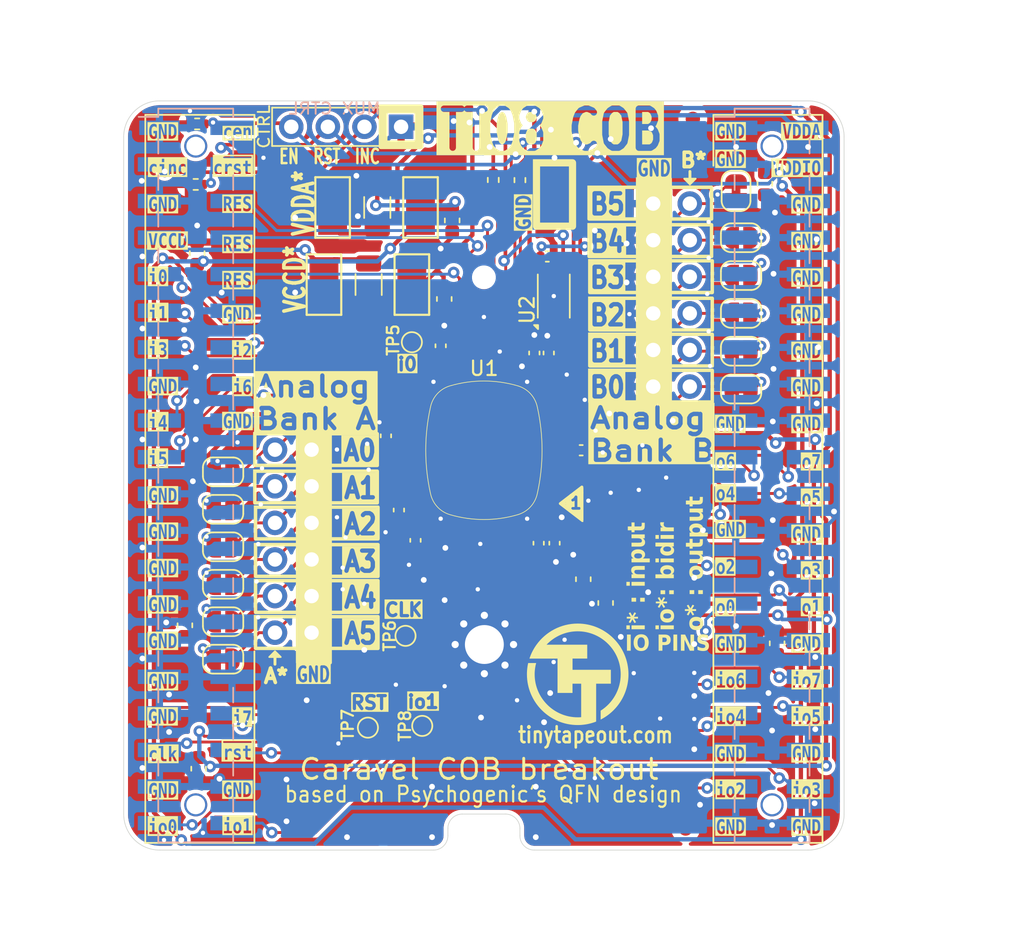
<source format=kicad_pcb>
(kicad_pcb (version 20241229) (generator "pcbnew") (generator_version "9.0")
  (title_block (title "Tiny Tapeout 06+ Breakout QFN") (date "2025-02-24") (rev "2.0") (company "Psychogenic Technologies") (comment 1 "(C) 2025 Pat Deegan"))
  (layers (0 "F.Cu" signal) (2 "B.Cu" signal) (13 "F.Paste" user) (15 "B.Paste" user) (5 "F.SilkS" user "F.Silkscreen") (7 "B.SilkS" user "B.Silkscreen") (1 "F.Mask" user) (3 "B.Mask" user) (25 "Edge.Cuts" user))
  (net 0 "")
  (net 1 "GND")
  (net 2 "vddio")
  (net 3 "vdda_all")
  (net 4 "vdda_in")
  (net 5 "vccd_in")
  (net 6 "/RES3")
  (net 7 "/RES2")
  (net 8 "/chip_an0")
  (net 9 "/chip_an1")
  (net 10 "/chip_an2")
  (net 11 "/chip_an3")
  (net 12 "/chip_an4")
  (net 13 "/chip_an5")
  (net 14 "/chip_an6")
  (net 15 "/chip_an7")
  (net 16 "/chip_an8")
  (net 17 "/chip_an9")
  (net 18 "/chip_an10")
  (net 19 "/chip_an11")
  (net 20 "/uin1")
  (net 21 "/c_rst_n")
  (net 22 "/uio1")
  (net 23 "/uin0")
  (net 24 "/uio4")
  (net 25 "/p_clk")
  (net 26 "/hd_an2")
  (net 27 "/uio3")
  (net 28 "/hd_an0")
  (net 29 "/uio7")
  (net 30 "/uin5")
  (net 31 "/c_sel_inc")
  (net 32 "/hd_an3")
  (net 33 "/hd_an5")
  (net 34 "/c_ena")
  (net 35 "/uin4")
  (net 36 "/uin3")
  (net 37 "/uin2")
  (net 38 "/uio0")
  (net 39 "/uio2")
  (net 40 "/uin6")
  (net 41 "/hd_an4")
  (net 42 "/p_rst")
  (net 43 "/uio6")
  (net 44 "/uio5")
  (net 45 "/hd_an1")
  (net 46 "/hd_an10")
  (net 47 "/hd_an11")
  (net 48 "/uout2")
  (net 49 "/uout7")
  (net 50 "/uout0")
  (net 51 "/hd_an9")
  (net 52 "/uout4")
  (net 53 "/hd_an6")
  (net 54 "/uout3")
  (net 55 "/uout1")
  (net 56 "/hd_an8")
  (net 57 "/uout6")
  (net 58 "/hd_an7")
  (net 59 "/uout5")
  (net 60 "/RES1")
  (net 61 "/reset_b")
  (net 62 "/hd_c_rst_n")
  (net 63 "/uin7")
  (net 64 "vccd_all")
  (footprint "Capacitor_SMD:C_0402_1005Metric" (layer "F.Cu") (at 74.3 48.7 90)
    (property "Reference" "C5" (hide yes))
    (property "Value" "0.1uf" (hide yes))
  )
  (footprint "Capacitor_SMD:C_0402_1005Metric" (layer "F.Cu") (at 65.75 48.5 90)
    (property "Reference" "C4" (hide yes))
    (property "Value" "0.1uf" (hide yes))
  )
  (footprint "Capacitor_SMD:C_0402_1005Metric" (layer "F.Cu") (at 75.4 48.7 90)
    (property "Reference" "C8" (hide yes))
    (property "Value" "0.1uf" (hide yes))
  )
  (footprint "Capacitor_SMD:C_0402_1005Metric" (layer "F.Cu") (at 74 35.5 90)
    (property "Reference" "C6" (hide yes))
    (property "Value" "0.1uf" (hide yes))
  )
  (footprint "Capacitor_SMD:C_0402_1005Metric" (layer "F.Cu") (at 67.5 35 90)
    (property "Reference" "C10" (hide yes))
    (property "Value" "0.1uf" (hide yes))
  )
  (footprint "Capacitor_SMD:C_0402_1005Metric" (layer "F.Cu") (at 77.25 42.25 180)
    (property "Reference" "C13" (hide yes))
    (property "Value" "0.1uf" (hide yes))
  )
  (footprint "flyingcarsfootprints:StitchingVia-0.4mmDrill" (layer "F.Cu") (at 74.1 65.6)
    (property "Reference" "STITCHB1" (hide yes))
    (property "Value" "StitchingVia-0.4mmDrill" (hide yes))
  )
  (footprint "flyingcarsfootprints:StitchingVia-0.3mm" (layer "F.Cu") (at 62.4 41.8)
    (property "Reference" "STITCHM1" (hide yes))
    (property "Value" "StitchingVia-0.3mm" (hide yes))
  )
  (footprint "flyingcarsfootprints:StitchingVia-0.4mmDrill" (layer "F.Cu") (at 61.65 23.2)
    (property "Reference" "STITCHB1" (hide yes))
    (property "Value" "StitchingVia-0.4mmDrill" (hide yes))
  )
  (footprint "flyingcarsfootprints:StitchingVia-0.4mmDrill" (layer "F.Cu") (at 46.8 64.3)
    (property "Reference" "STITCHB1" (hide yes))
    (property "Value" "StitchingVia-0.4mmDrill" (hide yes))
  )
  (footprint "TinyTapeout:SolderJumper-2_P1.3mm_Bridged_RoundedPad1.0x1.5mmEasyCut" (layer "F.Cu") (at 88.35 30.125)
    (property "Reference" "JP10" (hide yes))
    (property "Value" "Jumper_2_Small_Bridged" (hide yes))
  )
  (footprint "flyingcarsfootprints:StitchingVia-0.4mmDrill" (layer "F.Cu") (at 74.1 69.1)
    (property "Reference" "STITCHB1" (hide yes))
    (property "Value" "StitchingVia-0.4mmDrill" (hide yes))
  )
  (footprint "flyingcarsfootprints:StitchingVia-0.3mm" (layer "F.Cu") (at 83.15 44.15)
    (property "Reference" "STITCHM1" (hide yes))
    (property "Value" "StitchingVia-0.3mm" (hide yes))
  )
  (footprint "TinyTapeout:SolderJumper-2_P1.3mm_Bridged_RoundedPad1.0x1.5mmEasyCut" (layer "F.Cu") (at 88.35 38)
    (property "Reference" "JP7" (hide yes))
    (property "Value" "Jumper_2_Small_Bridged" (hide yes))
  )
  (footprint "TestPoint:TestPoint_Keystone_5019_Minature" (layer "F.Cu") (at 60 25.4 -90)
    (property "Reference" "TP3" (hide yes))
    (property "Value" "TestPoint_Alt" (hide yes))
  )
  (footprint "flyingcarsfootprints:StitchingVia-0.4mmDrill" (layer "F.Cu") (at 79.2 39.7)
    (property "Reference" "STITCHB1" (hide yes))
    (property "Value" "StitchingVia-0.4mmDrill" (hide yes))
  )
  (footprint "flyingcarsfootprints:StitchingVia-0.4mmDrill" (layer "F.Cu") (at 90.55 47.1)
    (property "Reference" "STITCHB1" (hide yes))
    (property "Value" "StitchingVia-0.4mmDrill" (hide yes))
  )
  (footprint "TestPoint:TestPoint_Keystone_5019_Minature" (layer "F.Cu") (at 65.5 30.75 90)
    (property "Reference" "TP2" (hide yes))
    (property "Value" "TestPoint_Alt" (hide yes))
  )
  (footprint "flyingcarsfootprints:StitchingVia-0.3mm" (layer "F.Cu") (at 62.5 43.6)
    (property "Reference" "STITCHM1" (hide yes))
    (property "Value" "StitchingVia-0.3mm" (hide yes))
  )
  (footprint "flyingcarsfootprints:StitchingVia-0.4mmDrill" (layer "F.Cu") (at 90.5 61.7)
    (property "Reference" "STITCHB1" (hide yes))
    (property "Value" "StitchingVia-0.4mmDrill" (hide yes))
  )
  (footprint "TinyTapeout:SolderJumper-2_P1.3mm_Bridged_RoundedPad1.0x1.5mmEasyCut" (layer "F.Cu") (at 52.4 43.75 180)
    (property "Reference" "JP1" (hide yes))
    (property "Value" "Jumper_2_Small_Bridged" (hide yes))
  )
  (footprint "TinyTapeout:SolderJumper-2_P1.3mm_Bridged_RoundedPad1.0x1.5mmEasyCut" (layer "F.Cu") (at 52.4 56.75 180)
    (property "Reference" "JP6" (hide yes))
    (property "Value" "Jumper_2_Small_Bridged" (hide yes))
  )
  (footprint "TinyTapeout:SolderJumper-2_P1.3mm_Bridged_RoundedPad1.0x1.5mmEasyCut" (layer "F.Cu") (at 52.4 51.55 180)
    (property "Reference" "JP4" (hide yes))
    (property "Value" "Jumper_2_Small_Bridged" (hide yes))
  )
  (footprint "flyingcarsfootprints:StitchingVia-0.3mm" (layer "F.Cu") (at 60.7 51.9)
    (property "Reference" "STITCHM1" (hide yes))
    (property "Value" "StitchingVia-0.3mm" (hide yes))
  )
  (footprint "flyingcarsfootprints:StitchingVia-0.4mmDrill" (layer "F.Cu") (at 80.4 27.9)
    (property "Reference" "STITCHB1" (hide yes))
    (property "Value" "StitchingVia-0.4mmDrill" (hide yes))
  )
  (footprint "flyingcarsfootprints:StitchingVia-0.4mmDrill" (layer "F.Cu") (at 90.6 36.6)
    (property "Reference" "STITCHB1" (hide yes))
    (property "Value" "StitchingVia-0.4mmDrill" (hide yes))
  )
  (footprint "flyingcarsfootprints:StitchingVia-0.4mmDrill" (layer "F.Cu") (at 75.9 46.9)
    (property "Reference" "STITCHB1" (hide yes))
    (property "Value" "StitchingVia-0.4mmDrill" (hide yes))
  )
  (footprint "flyingcarsfootprints:StitchingVia-0.4mmDrill" (layer "F.Cu") (at 82.1 19.9)
    (property "Reference" "STITCHB1" (hide yes))
    (property "Value" "StitchingVia-0.4mmDrill" (hide yes))
  )
  (footprint "flyingcarsfootprints:StitchingVia-0.3mm" (layer "F.Cu") (at 72.8 59.6)
    (property "Reference" "STITCHM1" (hide yes))
    (property "Value" "StitchingVia-0.3mm" (hide yes))
  )
  (footprint "flyingcarsfootprints:StitchingVia-0.3mm" (layer "F.Cu") (at 75.34 56.95)
    (property "Reference" "STITCHM1" (hide yes))
    (property "Value" "StitchingVia-0.3mm" (hide yes))
  )
  (footprint "flyingcarsfootprints:StitchingVia-0.4mmDrill" (layer "F.Cu") (at 70.3 60.8)
    (property "Reference" "STITCHB1" (hide yes))
    (property "Value" "StitchingVia-0.4mmDrill" (hide yes))
  )
  (footprint "flyingcarsfootprints:StitchingVia-0.4mmDrill" (layer "F.Cu") (at 85.5 66.85)
    (property "Reference" "STITCHB1" (hide yes))
    (property "Value" "StitchingVia-0.4mmDrill" (hide yes))
  )
  (footprint "flyingcarsfootprints:StitchingVia-0.3mm" (layer "F.Cu") (at 85.1 60.9)
    (property "Reference" "STITCHM1" (hide yes))
    (property "Value" "StitchingVia-0.3mm" (hide yes))
  )
  (footprint "Connector_PinHeader_2.54mm:PinHeader_2x06_P2.54mm_Vertical" (layer "F.Cu") (at 82.25 25.13)
    (property "Reference" "J3" (hide yes))
    (property "Value" "Conn_02x06_Odd_Even" (hide yes))
  )
  (footprint "flyingcarsfootprints:StitchingVia-0.4mmDrill" (layer "F.Cu") (at 56.8 65.1)
    (property "Reference" "STITCHB1" (hide yes))
    (property "Value" "StitchingVia-0.4mmDrill" (hide yes))
  )
  (footprint "flyingcarsfootprints:StitchingVia-0.4mmDrill" (layer "F.Cu") (at 57.4 31.3)
    (property "Reference" "STITCHB1" (hide yes))
    (property "Value" "StitchingVia-0.4mmDrill" (hide yes))
  )
  (footprint "flyingcarsfootprints:StitchingVia-0.4mmDrill" (layer "F.Cu") (at 75.15 20)
    (property "Reference" "STITCHB1" (hide yes))
    (property "Value" "StitchingVia-0.4mmDrill" (hide yes))
  )
  (footprint "flyingcarsfootprints:StitchingVia-0.3mm" (layer "F.Cu") (at 67.5 47)
    (property "Reference" "STITCHM1" (hide yes))
    (property "Value" "StitchingVia-0.3mm" (hide yes))
  )
  (footprint "flyingcarsfootprints:StitchingVia-0.4mmDrill" (layer "F.Cu") (at 79.3 20.65)
    (property "Reference" "STITCHB1" (hide yes))
    (property "Value" "StitchingVia-0.4mmDrill" (hide yes))
  )
  (footprint "Capacitor_SMD:C_0603_1608Metric" (layer "F.Cu") (at 77.4 51.2 -90)
    (property "Reference" "C19" (hide yes))
    (property "Value" "C_1u_0603_50V" (hide yes))
  )
  (footprint "Connector_PinHeader_2.54mm:PinHeader_2x06_P2.54mm_Vertical" (layer "F.Cu") (at 58.54 54.91 180)
    (property "Reference" "J2" (hide yes))
    (property "Value" "Conn_02x06_Odd_Even" (hide yes))
  )
  (footprint "Capacitor_SMD:C_0402_1005Metric" (layer "F.Cu") (at 75 35.5 -90)
    (property "Reference" "C7" (hide yes))
    (property "Value" "0.1uf" (hide yes))
  )
  (footprint "flyingcarsfootprints:StitchingVia-0.3mm" (layer "F.Cu") (at 78.2 65)
    (property "Reference" "STITCHM1" (hide yes))
    (property "Value" "StitchingVia-0.3mm" (hide yes))
  )
  (footprint "flyingcarsfootprints:StitchingVia-0.4mmDrill" (layer "F.Cu") (at 48.65 61.8)
    (property "Reference" "STITCHB1" (hide yes))
    (property "Value" "StitchingVia-0.4mmDrill" (hide yes))
  )
  (footprint "TestPoint:TestPoint_Pad_D1.0mm" (layer "F.Cu") (at 66.22 61.38)
    (property "Reference" "TP8")
    (property "Value" "TestPoint" (hide yes))
  )
  (footprint "flyingcarsfootprints:StitchingVia-0.4mmDrill" (layer "F.Cu") (at 93 21.2)
    (property "Reference" "STITCHB1" (hide yes))
    (property "Value" "StitchingVia-0.4mmDrill" (hide yes))
  )
  (footprint "flyingcarsfootprints:StitchingVia-0.3mm" (layer "F.Cu") (at 70.5 33)
    (property "Reference" "STITCHM1" (hide yes))
    (property "Value" "StitchingVia-0.3mm" (hide yes))
  )
  (footprint "flyingcarsfootprints:StitchingVia-0.4mmDrill" (layer "F.Cu") (at 52.3 31.3)
    (property "Reference" "STITCHB1" (hide yes))
    (property "Value" "StitchingVia-0.4mmDrill" (hide yes))
  )
  (footprint "Resistor_SMD:R_0402_1005Metric" (layer "F.Cu") (at 50.5 23.8 180)
    (property "Reference" "R1" (hide yes))
    (property "Value" "1k" (hide yes))
  )
  (footprint "Fiducial:Fiducial_1mm_Mask2mm" (layer "F.Cu") (at 85 19.25)
    (property "Reference" "FID2" (hide yes))
    (property "Value" "Fiducial" (hide yes))
  )
  (footprint "flyingcarsfootprints:StitchingVia-0.4mmDrill" (layer "F.Cu") (at 50.55 38.85)
    (property "Reference" "STITCHB1" (hide yes))
    (property "Value" "StitchingVia-0.4mmDrill" (hide yes))
  )
  (footprint "TinyTapeout:SolderJumper-2_P1.3mm_Bridged_RoundedPad1.0x1.5mmEasyCut" (layer "F.Cu") (at 88.35 32.75)
    (property "Reference" "JP9" (hide yes))
    (property "Value" "Jumper_2_Small_Bridged" (hide yes))
  )
  (footprint "flyingcarsfootprints:StitchingVia-0.3mm" (layer "F.Cu") (at 60.7 50.4)
    (property "Reference" "STITCHM1" (hide yes))
    (property "Value" "StitchingVia-0.3mm" (hide yes))
  )
  (footprint "flyingcarsfootprints:StitchingVia-0.4mmDrill" (layer "F.Cu") (at 58.2 59.6)
    (property "Reference" "STITCHB1" (hide yes))
    (property "Value" "StitchingVia-0.4mmDrill" (hide yes))
  )
  (footprint "flyingcarsfootprints:StitchingVia-0.3mm" (layer "F.Cu") (at 80.9 57.72)
    (property "Reference" "STITCHM1" (hide yes))
    (property "Value" "StitchingVia-0.3mm" (hide yes))
  )
  (footprint "Capacitor_SMD:C_0603_1608Metric" (layer "F.Cu") (at 50.7 64.35 -90)
    (property "Reference" "C14" (hide yes))
    (property "Value" "C_1u_0603_50V" (hide yes))
  )
  (footprint "flyingcarsfootprints:StitchingVia-0.4mmDrill" (layer "F.Cu") (at 67.775 52.65)
    (property "Reference" "STITCHB1" (hide yes))
    (property "Value" "StitchingVia-0.4mmDrill" (hide yes))
  )
  (footprint "Capacitor_SMD:C_0603_1608Metric" (layer "F.Cu") (at 67.75 31.75 -90)
    (property "Reference" "C2" (hide yes))
    (property "Value" "C_1u_0603_50V" (hide yes))
  )
  (footprint "flyingcarsfootprints:StitchingVia-0.3mm" (layer "F.Cu") (at 67 37.5)
    (property "Reference" "STITCHM1" (hide yes))
    (property "Value" "StitchingVia-0.3mm" (hide yes))
  )
  (footprint "cob:caravel_cob_100_105" (layer "F.Cu") (at 70.5 42.25 180)
    (property "Reference" "U1")
    (property "Value" "Openframe_QFN_TT06_REV2")
  )
  (footprint "flyingcarsfootprints:StitchingVia-0.4mmDrill" (layer "F.Cu") (at 83.6 40.2)
    (property "Reference" "STITCHB1" (hide yes))
    (property "Value" "StitchingVia-0.4mmDrill" (hide yes))
  )
  (footprint "flyingcarsfootprints:StitchingVia-0.3mm" (layer "F.Cu") (at 70.075 51.9)
    (property "Reference" "STITCHM1" (hide yes))
    (property "Value" "StitchingVia-0.3mm" (hide yes))
  )
  (footprint "flyingcarsfootprints:StitchingVia-0.3mm" (layer "F.Cu") (at 67.775 58.625)
    (property "Reference" "STITCHM1" (hide yes))
    (property "Value" "StitchingVia-0.3mm" (hide yes))
  )
  (footprint "flyingcarsfootprints:StitchingVia-0.4mmDrill" (layer "F.Cu") (at 90.25 59.1)
    (property "Reference" "STITCHB1" (hide yes))
    (property "Value" "StitchingVia-0.4mmDrill" (hide yes))
  )
  (footprint "flyingcarsfootprints:StitchingVia-0.3mm" (layer "F.Cu") (at 75.35 31.55 90)
    (property "Reference" "STITCHM1" (hide yes))
    (property "Value" "StitchingVia-0.3mm" (hide yes))
  )
  (footprint "flyingcarsfootprints:StitchingVia-0.4mmDrill" (layer "F.Cu") (at 50.5 36.5)
    (property "Reference" "STITCHB1" (hide yes))
    (property "Value" "StitchingVia-0.4mmDrill" (hide yes))
  )
  (footprint "flyingcarsfootprints:StitchingVia-0.3mm" (layer "F.Cu") (at 55.2 21.95)
    (property "Reference" "STITCHM1" (hide yes))
    (property "Value" "StitchingVia-0.3mm" (hide yes))
  )
  (footprint "TinyTapeout:SolderJumper-2_P1.3mm_Bridged_RoundedPad1.0x1.5mmEasyCut" (layer "F.Cu") (at 88.35 35.375)
    (property "Reference" "JP8" (hide yes))
    (property "Value" "Jumper_2_Small_Bridged" (hide yes))
  )
  (footprint "flyingcarsfootprints:StitchingVia-0.4mmDrill" (layer "F.Cu") (at 57.4 26.1)
    (property "Reference" "STITCHB1" (hide yes))
    (property "Value" "StitchingVia-0.4mmDrill" (hide yes))
  )
  (footprint "TinyTapeout:SolderJumper-2_P1.3mm_Bridged_RoundedPad1.0x1.5mmEasyCut" (layer "F.Cu") (at 52.4 48.95 180)
    (property "Reference" "JP3" (hide yes))
    (property "Value" "Jumper_2_Small_Bridged" (hide yes))
  )
  (footprint "TestPoint:TestPoint_Pad_D1.0mm" (layer "F.Cu") (at 62.45 61.5)
    (property "Reference" "TP7")
    (property "Value" "TestPoint" (hide yes))
  )
  (footprint "TinyTapeout:SolderJumper-2_P1.3mm_Bridged_RoundedPad1.0x1.5mmEasyCut" (layer "F.Cu") (at 52.4 54.15 180)
    (property "Reference" "JP5" (hide yes))
    (property "Value" "Jumper_2_Small_Bridged" (hide yes))
  )
  (footprint "flyingcarsfootprints:StitchingVia-0.4mmDrill" (layer "F.Cu") (at 90.45 50.8)
    (property "Reference" "STITCHB1" (hide yes))
    (property "Value" "StitchingVia-0.4mmDrill" (hide yes))
  )
  (footprint "flyingcarsfootprints:StitchingVia-0.4mmDrill" (layer "F.Cu") (at 81.9 52.1)
    (property "Reference" "STITCHB1" (hide yes))
    (property "Value" "StitchingVia-0.4mmDrill" (hide yes))
  )
  (footprint "flyingcarsfootprints:StitchingVia-0.4mmDrill" (layer "F.Cu") (at 93.45 66.75)
    (property "Reference" "STITCHB1" (hide yes))
    (property "Value" "StitchingVia-0.4mmDrill" (hide yes))
  )
  (footprint "Package_DFN_QFN:DFN-8-1EP_3x2mm_P0.5mm_EP1.75x1.45mm" (layer "F.Cu") (at 75.35 31.55 90)
    (property "Reference" "U2")
    (property "Value" "24LC02" (hide yes))
  )
  (footprint "Fiducial:Fiducial_1mm_Mask2mm" (layer "F.Cu") (at 63.5 68.5)
    (property "Reference" "FID1" (hide yes))
    (property "Value" "Fiducial" (hide yes))
  )
  (footprint "Resistor_SMD:R_1206_3216Metric" (layer "F.Cu") (at 63.1 25.4 -90)
    (property "Reference" "R3" (hide yes))
    (property "Value" "0R" (hide yes))
  )
  (footprint "Logos:TT_logo" (layer "F.Cu") (at 77.05 57.85)
    (property "Reference" "TTLOGO1" (hide yes))
    (property "Value" "TT_logo" (hide yes))
  )
  (footprint "flyingcarsfootprints:StitchingVia-0.3mm" (layer "F.Cu") (at 82.73 60.87)
    (property "Reference" "STITCHM1" (hide yes))
    (property "Value" "StitchingVia-0.3mm" (hide yes))
  )
  (footprint "flyingcarsfootprints:StitchingVia-0.4mmDrill" (layer "F.Cu") (at 50.5 41.5)
    (property "Reference" "STITCHB1" (hide yes))
    (property "Value" "StitchingVia-0.4mmDrill" (hide yes))
  )
  (footprint "Capacitor_SMD:C_0402_1005Metric" (layer "F.Cu") (at 63.7 41.25 90)
    (property "Reference" "C11" (hide yes))
    (property "Value" "0.1uf" (hide yes))
  )
  (footprint "TinyTapeout:SolderJumper-2_P1.3mm_Bridged_RoundedPad1.0x1.5mmEasyCut" (layer "F.Cu") (at 88.35 27.5)
    (property "Reference" "JP11" (hide yes))
    (property "Value" "Jumper_2_Small_Bridged" (hide yes))
  )
  (footprint "Capacitor_SMD:C_0603_1608Metric" (layer "F.Cu") (at 49.75 54.4 90)
    (property "Reference" "C17" (hide yes))
    (property "Value" "C_1u_0603_50V" (hide yes))
  )
  (footprint "flyingcarsfootprints:StitchingVia-0.4mmDrill" (layer "F.Cu") (at 85.1 63)
    (property "Reference" "STITCHB1" (hide yes))
    (property "Value" "StitchingVia-0.4mmDrill" (hide yes))
  )
  (footprint "flyingcarsfootprints:StitchingVia-0.4mmDrill" (layer "F.Cu") (at 75.1 59.1)
    (property "Reference" "STITCHB1" (hide yes))
    (property "Value" "StitchingVia-0.4mmDrill" (hide yes))
  )
  (footprint "MountingHole:MountingHole_2.7mm_M2.5_Pad_Via" (layer "F.Cu") (at 70.531891 55.731891)
    (property "Reference" "H1" (hide yes))
    (property "Value" "MountingHole_Pad")
  )
  (footprint "Capacitor_SMD:C_0402_1005Metric" (layer "F.Cu") (at 64.6 46.4 -90)
    (property "Reference" "C12" (hide yes))
    (property "Value" "0.1uf" (hide yes))
  )
  (footprint "flyingcarsfootprints:StitchingVia-0.4mmDrill" (layer "F.Cu") (at 85.1 55.7)
    (property "Reference" "STITCHB1" (hide yes))
    (property "Value" "StitchingVia-0.4mmDrill" (hide yes))
  )
  (footprint "flyingcarsfootprints:StitchingVia-0.4mmDrill" (layer "F.Cu") (at 90.55 40.25)
    (property "Reference" "STITCHB1" (hide yes))
    (property "Value" "StitchingVia-0.4mmDrill" (hide yes))
  )
  (footprint "flyingcarsfootprints:StitchingVia-0.4mmDrill" (layer "F.Cu") (at 49.7 33.9)
    (property "Reference" "STITCHB1" (hide yes))
    (property "Value" "StitchingVia-0.4mmDrill" (hide yes))
  )
  (footprint "Capacitor_SMD:C_0603_1608Metric" (layer "F.Cu") (at 68.3 26.3 -90)
    (property "Reference" "C3" (hide yes))
    (property "Value" "C_1u_0603_50V" (hide yes))
  )
  (footprint "flyingcarsfootprints:StitchingVia-0.4mmDrill" (layer "F.Cu") (at 88 54.45)
    (property "Reference" "STITCHB1" (hide yes))
    (property "Value" "StitchingVia-0.4mmDrill" (hide yes))
  )
  (footprint "TinyTapeout:SolderJumper-2_P1.3mm_Bridged_RoundedPad1.0x1.5mmEasyCut" (layer "F.Cu") (at 88 24.25 90)
    (property "Reference" "JP12" (hide yes))
    (property "Value" "Jumper_2_Small_Bridged" (hide yes))
  )
  (footprint "Capacitor_SMD:C_0603_1608Metric" (layer "F.Cu") (at 90.85 55.65 90)
    (property "Reference" "C16" (hide yes))
    (property "Value" "C_1u_0603_50V" (hide yes))
  )
  (footprint "flyingcarsfootprints:StitchingVia-0.3mm" (layer "F.Cu") (at 77.5 38.75)
    (property "Reference" "STITCHM1" (hide yes))
    (property "Value" "StitchingVia-0.3mm" (hide yes))
  )
  (footprint "flyingcarsfootprints:StitchingVia-0.3mm" (layer "F.Cu") (at 51 68.8)
    (property "Reference" "STITCHM1" (hide yes))
    (property "Value" "StitchingVia-0.3mm" (hide yes))
  )
  (footprint "flyingcarsfootprints:StitchingVia-0.3mm" (layer "F.Cu") (at 60.4 62.6)
    (property "Reference" "STITCHM1" (hide yes))
    (property "Value" "StitchingVia-0.3mm" (hide yes))
  )
  (footprint "flyingcarsfootprints:StitchingVia-0.4mmDrill" (layer "F.Cu") (at 68.4 19.4)
    (property "Reference" "STITCHB1" (hide yes))
    (property "Value" "StitchingVia-0.4mmDrill" (hide yes))
  )
  (footprint "flyingcarsfootprints:StitchingVia-0.3mm" (layer "F.Cu") (at 77.75 45.75)
    (property "Reference" "STITCHM1" (hide yes))
    (property "Value" "StitchingVia-0.3mm" (hide yes))
  )
  (footprint "flyingcarsfootprints:StitchingVia-0.3mm" (layer "F.Cu") (at 76.1 55.4)
    (property "Reference" "STITCHM1" (hide yes))
    (property "Value" "StitchingVia-0.3mm" (hide yes))
  )
  (footprint "TestPoint:TestPoint_Pad_D1.0mm" (layer "F.Cu") (at 65.06 55.13)
    (property "Reference" "TP6")
    (property "Value" "TestPoint" (hide yes))
  )
  (footprint "flyingcarsfootprints:StitchingVia-0.4mmDrill" (layer "F.Cu") (at 85.1 51.1)
    (property "Reference" "STITCHB1" (hide yes))
    (property "Value" "StitchingVia-0.4mmDrill" (hide yes))
  )
  (footprint "TestPoint:TestPoint_Keystone_5019_Minature" (layer "F.Cu") (at 59.4 30.75 90)
    (property "Reference" "TP4" (hide yes))
    (property "Value" "TestPoint_Alt" (hide yes))
  )
  (footprint "Resistor_SMD:R_1206_3216Metric" (layer "F.Cu") (at 62.5 30.75 90)
    (property "Reference" "R4" (hide yes))
    (property "Value" "0R" (hide yes))
  )
  (footprint "flyingcarsfootprints:StitchingVia-0.4mmDrill" (layer "F.Cu") (at 46.8 28.8)
    (property "Reference" "STITCHB1" (hide yes))
    (property "Value" "StitchingVia-0.4mmDrill" (hide yes))
  )
  (footprint "flyingcarsfootprints:StitchingVia-0.4mmDrill" (layer "F.Cu") (at 90.6 30)
    (property "Reference" "STITCHB1" (hide yes))
    (property "Value" "StitchingVia-0.4mmDrill" (hide yes))
  )
  (footprint "flyingcarsfootprints:StitchingVia-0.3mm" (layer "F.Cu") (at 64.39 58.52)
    (property "Reference" "STITCHM1" (hide yes))
    (property "Value" "StitchingVia-0.3mm" (hide yes))
  )
  (footprint "flyingcarsfootprints:StitchingVia-0.4mmDrill" (layer "F.Cu") (at 50.3 44.4)
    (property "Reference" "STITCHB1" (hide yes))
    (property "Value" "StitchingVia-0.4mmDrill" (hide yes))
  )
  (footprint "flyingcarsfootprints:StitchingVia-0.3mm" (layer "F.Cu") (at 79.3 45.2)
    (property "Reference" "STITCHM1" (hide yes))
    (property "Value" "StitchingVia-0.3mm" (hide yes))
  )
  (footprint "TestPoint:TestPoint_Pad_D1.0mm" (layer "F.Cu") (at 65.5 34.75)
    (property "Reference" "TP5")
    (property "Value" "TestPoint" (hide yes))
  )
  (footprint "flyingcarsfootprints:StitchingVia-0.4mmDrill" (layer "F.Cu") (at 46.75 23.55)
    (property "Reference" "STITCHB1" (hide yes))
    (property "Value" "StitchingVia-0.4mmDrill" (hide yes))
  )
  (footprint "Fiducial:Fiducial_1mm_Mask2mm" (layer "F.Cu") (at 84.5 68.5)
    (property "Reference" "FID3" (hide yes))
    (property "Value" "Fiducial" (hide yes))
  )
  (footprint "flyingcarsfootprints:StitchingVia-0.3mm" (layer "F.Cu") (at 48.3 69.3)
    (property "Reference" "STITCHM1" (hide yes))
    (property "Value" "StitchingVia-0.3mm" (hide yes))
  )
  (footprint "Connector_PinHeader_2.54mm:PinHeader_1x04_P2.54mm_Vertical" (layer "F.Cu") (at 64.75 19.8 -90)
    (property "Reference" "J1" (hide yes))
    (property "Value" "Conn_01x04" (hide yes))
  )
  (footprint "Capacitor_SMD:C_0603_1608Metric" (layer "F.Cu") (at 90 23.75 -90)
    (property "Reference" "C1" (hide yes))
    (property "Value" "C_1u_0603_50V" (hide yes))
  )
  (footprint "flyingcarsfootprints:StitchingVia-0.4mmDrill" (layer "F.Cu") (at 61 69.1)
    (property "Reference" "STITCHB1" (hide yes))
    (property "Value" "StitchingVia-0.4mmDrill" (hide yes))
  )
  (footprint "flyingcarsfootprints:StitchingVia-0.3mm" (layer "F.Cu") (at 81.5 41.9)
    (property "Reference" "STITCHM1" (hide yes))
    (property "Value" "StitchingVia-0.3mm" (hide yes))
  )
  (footprint "flyingcarsfootprints:StitchingVia-0.4mmDrill" (layer "F.Cu") (at 46.8 33.8)
    (property "Reference" "STITCHB1" (hide yes))
    (property "Value" "StitchingVia-0.4mmDrill" (hide yes))
  )
  (footprint "flyingcarsfootprints:StitchingVia-0.4mmDrill" (layer "F.Cu") (at 48.45 54.2)
    (property "Reference" "STITCHB1" (hide yes))
    (property "Value" "StitchingVia-0.4mmDrill" (hide yes))
  )
  (footprint "flyingcarsfootprints:StitchingVia-0.4mmDrill" (layer "F.Cu") (at 66.325 51.25)
    (property "Reference" "STITCHB1" (hide yes))
    (property "Value" "StitchingVia-0.4mmDrill" (hide yes))
  )
  (footprint "flyingcarsfootprints:StitchingVia-0.4mmDrill" (layer "F.Cu") (at 78 52.9)
    (property "Reference" "STITCHB1" (hide yes))
    (property "Value" "StitchingVia-0.4mmDrill" (hide yes))
  )
  (footprint "flyingcarsfootprints:StitchingVia-0.3mm" (layer "F.Cu") (at 60.95 18.7)
    (property "Reference" "STITCHM1" (hide yes))
    (property "Value" "StitchingVia-0.3mm" (hide yes))
  )
  (footprint "MountingHole:ToolingHole_1.152mm" (layer "F.Cu") (at 70.5 30.25)
    (property "Reference" "H2" (hide yes))
    (property "Value" "MountingHole")
  )
  (footprint "flyingcarsfootprints:StitchingVia-0.4mmDrill" (layer "F.Cu") (at 74.675 61.125)
    (property "Reference" "STITCHB1" (hide yes))
    (property "Value" "StitchingVia-0.4mmDrill" (hide yes))
  )
  (footprint "TinyTapeout:SolderJumper-2_P1.3mm_Bridged_RoundedPad1.0x1.5mmEasyCut" (layer "F.Cu") (at 52.4 46.35 180)
    (property "Reference" "JP2" (hide yes))
    (property "Value" "Jumper_2_Small_Bridged" (hide yes))
  )
  (footprint "flyingcarsfootprints:StitchingVia-0.4mmDrill" (layer "F.Cu") (at 48.65 59.2)
    (property "Reference" "STITCHB1" (hide yes))
    (property "Value" "StitchingVia-0.4mmDrill" (hide yes))
  )
  (footprint "Resistor_SMD:R_0402_1005Metric" (layer "F.Cu") (at 50.6 19.6 180)
    (property "Reference" "R2" (hide yes))
    (property "Value" "1k" (hide yes))
  )
  (footprint "flyingcarsfootprints:StitchingVia-0.4mmDrill" (layer "F.Cu") (at 85.1 59.3)
    (property "Reference" "STITCHB1" (hide yes))
    (property "Value" "StitchingVia-0.4mmDrill" (hide yes))
  )
  (footprint "flyingcarsfootprints:StitchingVia-0.3mm" (layer "F.Cu") (at 73.5 37.5 90)
    (property "Reference" "STITCHM1" (hide yes))
    (property "Value" "StitchingVia-0.3mm" (hide yes))
  )
  (footprint "flyingcarsfootprints:StitchingVia-0.4mmDrill" (layer "F.Cu") (at 46.8 49)
    (property "Reference" "STITCHB1" (hide yes))
    (property "Value" "StitchingVia-0.4mmDrill" (hide yes))
  )
  (footprint "flyingcarsfootprints:StitchingVia-0.3mm" (layer "F.Cu") (at 76.25 37)
    (property "Reference" "STITCHM1" (hide yes))
    (property "Value" "StitchingVia-0.3mm" (hide yes))
  )
  (footprint "flyingcarsfootprints:StitchingVia-0.4mmDrill" (layer "F.Cu") (at 46.8 41.5)
    (property "Reference" "STITCHB1" (hide yes))
    (property "Value" "StitchingVia-0.4mmDrill" (hide yes))
  )
  (footprint "Resistor_SMD:R_0402_1005Metric" (layer "F.Cu") (at 73 23.5 -90)
    (property "Reference" "R7" (hide yes))
    (property "Value" "0R" (hide yes))
  )
  (footprint "Resistor_SMD:R_0402_1005Metric" (layer "F.Cu") (at 71.15 23.49 -90)
    (property "Reference" "R6" (hide yes))
    (property "Value" "0R" (hide yes))
  )
  (footprint "flyingcarsfootprints:StitchingVia-0.4mmDrill" (layer "F.Cu") (at 66.9 69.1)
    (property "Reference" "STITCHB1" (hide yes))
    (property "Value" "StitchingVia-0.4mmDrill" (hide yes))
  )
  (footprint "flyingcarsfootprints:StitchingVia-0.4mmDrill" (layer "F.Cu") (at 66.9 65.6)
    (property "Reference" "STITCHB1" (hide yes))
    (property "Value" "StitchingVia-0.4mmDrill" (hide yes))
  )
  (footprint "flyingcarsfootprints:StitchingVia-0.3mm" (layer "F.Cu") (at 81.25 45)
    (property "Reference" "STITCHM1" (hide yes))
    (property "Value" "StitchingVia-0.3mm" (hide yes))
  )
  (footprint "flyingcarsfootprints:StitchingVia-0.3mm" (layer "F.Cu") (at 85.1 57.7)
    (property "Reference" "STITCHM1" (hide yes))
    (property "Value" "StitchingVia-0.3mm" (hide yes))
  )
  (footprint "flyingcarsfootprints:StitchingVia-0.3mm" (layer "F.Cu") (at 60.9 48.3)
    (property "Reference" "STITCHM1" (hide yes))
    (property "Value" "StitchingVia-0.3mm" (hide yes))
  )
  (footprint "TestPoint:TestPoint_Keystone_5019_Minature" (layer "F.Cu") (at 75.4 24.5 -90)
    (property "Reference" "TP9" (hide yes))
    (property "Value" "TestPoint_Alt" (hide yes))
  )
  (footprint "flyingcarsfootprints:StitchingVia-0.4mmDrill" (layer "F.Cu") (at 56.8 68)
    (property "Reference" "STITCHB1" (hide yes))
    (property "Value" "StitchingVia-0.4mmDrill" (hide yes))
  )
  (footprint "Capacitor_SMD:C_0603_1608Metric" (layer "F.Cu") (at 50.6 28.575 90)
    (property "Reference" "C15" (hide yes))
    (property "Value" "C_1u_0603_50V" (hide yes))
  )
  (footprint "Capacitor_SMD:C_0402_1005Metric" (layer "F.Cu") (at 74.9 28.8 180)
    (property "Reference" "C9" (hide yes))
    (property "Value" "0.1uf" (hide yes))
  )
  (footprint "flyingcarsfootprints:StitchingVia-0.4mmDrill" (layer "F.Cu") (at 80 55.2)
    (property "Reference" "STITCHB1" (hide yes))
    (property "Value" "StitchingVia-0.4mmDrill" (hide yes))
  )
  (footprint "flyingcarsfootprints:StitchingVia-0.4mmDrill" (layer "F.Cu") (at 46.8 56.7)
    (property "Reference" "STITCHB1" (hide yes))
    (property "Value" "StitchingVia-0.4mmDrill" (hide yes))
  )
  (footprint "flyingcarsfootprints:StitchingVia-0.4mmDrill" (layer "F.Cu") (at 61.75 26)
    (property "Reference" "STITCHB1" (hide yes))
    (property "Value" "StitchingVia-0.4mmDrill" (hide yes))
  )
  (footprint "TestPoint:TestPoint_Keystone_5019_Minature" (layer "F.Cu") (at 66.1 25.4 -90)
    (property "Reference" "TP1" (hide yes))
    (property "Value" "TestPoint_Alt" (hide yes))
  )
  (footprint "flyingcarsfootprints:StitchingVia-0.3mm" (layer "F.Cu") (at 73.5 47)
    (property "Reference" "STITCHM1" (hide yes))
    (property "Value" "StitchingVia-0.3mm" (hide yes))
  )
  (footprint "flyingcarsfootprints:StitchingVia-0.3mm" (layer "F.Cu") (at 50.1 18.7)
    (property "Reference" "STITCHM1" (hide yes))
    (property "Value" "StitchingVia-0.3mm" (hide yes))
  )
  (footprint "flyingcarsfootprints:StitchingVia-0.3mm" (layer "F.Cu") (at 62.2 52.9)
    (property "Reference" "STITCHM1" (hide yes))
    (property "Value" "StitchingVia-0.3mm" (hide yes))
  )
  (footprint "flyingcarsfootprints:StitchingVia-0.3mm" (layer "F.Cu") (at 53.4 41.7)
    (property "Reference" "STITCHM1" (hide yes))
    (property "Value" "StitchingVia-0.3mm" (hide yes))
  )
  (footprint "flyingcarsfootprints:StitchingVia-0.4mmDrill" (layer "F.Cu") (at 80.4 30.6)
    (property "Reference" "STITCHB1" (hide yes))
    (property "Value" "StitchingVia-0.4mmDrill" (hide yes))
  )
  (footprint "Capacitor_SMD:C_0603_1608Metric" (layer "F.Cu") (at 78.95 52.85 90)
    (property "Reference" "C18" (hide yes))
    (property "Value" "C_1u_0603_50V" (hide yes))
  )
  (footprint "flyingcarsfootprints:StitchingVia-0.4mmDrill" (layer "F.Cu") (at 78.2 27)
    (property "Reference" "STITCHB1" (hide yes))
    (property "Value" "StitchingVia-0.4mmDrill" (hide yes))
  )
  (footprint "TinyTapeout:FH-00148_PinSocket_2x20_P2.54mm" (layer "B.Cu") (at 90.5 44 180)
    (property "Reference" "CON2" (hide yes))
    (property "Value" "NPTC202KFMS-RC")
  )
  (footprint "TinyTapeout:FH-00148_PinSocket_2x20_P2.54mm" (layer "B.Cu") (at 50.5 44 180)
    (property "Reference" "CON1" (hide yes))
    (property "Value" "NPTC202KFMS-RC")
  )
  (gr_line (start 86.42744 69.5) (end 94 69.5) (stroke (width 0.12)) (layer "F.SilkS"))
  (gr_line (start 94 69.5) (end 94 18.97256) (stroke (width 0.12)) (layer "F.SilkS"))
  (gr_rect (start 77.85 31.7) (end 86.35 33.9) (stroke (width 0.24)) (fill no) (layer "F.SilkS"))
  (gr_line (start 76.95 45.3) (end 77.2 45.3) (stroke (width 0.2)) (layer "F.SilkS"))
  (gr_rect (start 77.85 34.2) (end 86.35 36.4) (stroke (width 0.24)) (fill no) (layer "F.SilkS"))
  (gr_line (start 54.57256 18.97256) (end 54.57256 39.5) (stroke (width 0.12)) (layer "F.SilkS"))
  (gr_line (start 77 46.77) (end 77.25 46.77) (stroke (width 0.24)) (layer "F.SilkS"))
  (gr_rect (start 54.65 53.8) (end 63.15 56) (stroke (width 0.24)) (fill no) (layer "F.SilkS"))
  (gr_poly (pts (xy 56 56.2) (xy 55.6 56.6) (xy 56.4 56.6)) (stroke (width 0.12)) (fill yes) (layer "F.SilkS"))
  (gr_line (start 54.57256 69.5) (end 54.57256 56.2) (stroke (width 0.12)) (layer "F.SilkS"))
  (gr_line (start 86.42744 18.97256) (end 86.42744 22.5) (stroke (width 0.12)) (layer "F.SilkS"))
  (gr_rect (start 63.35 18.4) (end 66.15 21.2) (stroke (width 0.3)) (fill no) (layer "F.SilkS"))
  (gr_line (start 76.44 45.64) (end 76.44 46.24) (stroke (width 0.2)) (layer "F.SilkS"))
  (gr_line (start 54.57256 18.97256) (end 47 18.97256) (stroke (width 0.12)) (layer "F.SilkS"))
  (gr_rect (start 81.15 23.4) (end 83.45 38.9) (stroke (width 0.2)) (fill yes) (layer "F.SilkS"))
  (gr_line (start 76.9 45.2) (end 77.3 45.2) (stroke (width 0.2)) (layer "F.SilkS"))
  (gr_line (start 86.42744 69.5) (end 86.42744 43.2) (stroke (width 0.12)) (layer "F.SilkS"))
  (gr_rect (start 54.65 48.8) (end 63.15 51) (stroke (width 0.24)) (fill no) (layer "F.SilkS"))
  (gr_rect (start 57.55 41.1) (end 59.85 57) (stroke (width 0.2)) (fill yes) (layer "F.SilkS"))
  (gr_line (start 47 69.5) (end 54.57256 69.5) (stroke (width 0.12)) (layer "F.SilkS"))
  (gr_rect (start 54.6 41.1) (end 63.1 43.3) (stroke (width 0.24)) (fill no) (layer "F.SilkS"))
  (gr_line (start 47 18.97256) (end 47 69.5) (stroke (width 0.12)) (layer "F.SilkS"))
  (gr_line (start 76.71 46.61) (end 77.232529 46.61115) (stroke (width 0.2)) (layer "F.SilkS"))
  (gr_rect (start 77.85 36.7) (end 86.35 38.9) (stroke (width 0.24)) (fill no) (layer "F.SilkS"))
  (gr_rect (start 54.65 51.3) (end 63.15 53.5) (stroke (width 0.24)) (fill no) (layer "F.SilkS"))
  (gr_line (start 76.28 45.735) (end 76.28 46.185) (stroke (width 0.2)) (layer "F.SilkS"))
  (gr_rect (start 77.8 24) (end 86.3 26.2) (stroke (width 0.24)) (fill no) (layer "F.SilkS"))
  (gr_rect (start 77.8 26.6) (end 86.3 28.8) (stroke (width 0.24)) (fill no) (layer "F.SilkS"))
  (gr_line (start 94 18.97256) (end 86.42744 18.97256) (stroke (width 0.12)) (layer "F.SilkS"))
  (gr_rect (start 54.6 43.7) (end 63.1 45.9) (stroke (width 0.24)) (fill no) (layer "F.SilkS"))
  (gr_line (start 76.975 46.6) (end 77.225 46.6) (stroke (width 0.24)) (layer "F.SilkS"))
  (gr_line (start 76.66 46.5) (end 77.26 46.5) (stroke (width 0.2)) (layer "F.SilkS"))
  (gr_line (start 84.8 23.5) (end 84.8 22.9) (stroke (width 0.2)) (layer "F.SilkS"))
  (gr_rect (start 63.605583 18.661166) (end 65.894417 20.95) (stroke (width 0.4)) (fill no) (layer "F.SilkS"))
  (gr_poly (pts (xy 84.8 23.8) (xy 85.2 23.4) (xy 84.4 23.4)) (stroke (width 0.12)) (fill yes) (layer "F.SilkS"))
  (gr_poly (pts (xy 75.8 45.95) (xy 77.3 44.8) (xy 77.3 47.1)) (stroke (width 0.2)) (fill no) (layer "F.SilkS"))
  (gr_rect (start 54.65 46.2) (end 63.15 48.4) (stroke (width 0.24)) (fill no) (layer "F.SilkS"))
  (gr_poly (pts (xy 75.9 45.95) (xy 77.3 44.9) (xy 77.3 47)) (stroke (width 0.2)) (fill no) (layer "F.SilkS"))
  (gr_rect (start 74.15 22.3) (end 76.65 26.7) (stroke (width 0.5)) (fill no) (layer "F.SilkS"))
  (gr_line (start 56 56.5) (end 56 57.1) (stroke (width 0.2)) (layer "F.SilkS"))
  (gr_line (start 76.11 45.95) (end 75.9 45.95) (stroke (width 0.2)) (layer "F.SilkS"))
  (gr_rect (start 77.85 29.1) (end 86.35 31.3) (stroke (width 0.24)) (fill no) (layer "F.SilkS"))
  (gr_line (start 73 69) (end 73 68.5) (stroke (width 0.05)) (layer "Edge.Cuts"))
  (gr_arc (start 72 67.5) (mid 72.707107 67.792893) (end 73 68.5) (stroke (width 0.05)) (layer "Edge.Cuts"))
  (gr_line (start 68 68.5) (end 68 69) (stroke (width 0.05)) (layer "Edge.Cuts"))
  (gr_line (start 93 70) (end 74 70) (stroke (width 0.05)) (layer "Edge.Cuts"))
  (gr_arc (start 48 70) (mid 46.232233 69.267767) (end 45.5 67.5) (stroke (width 0.05)) (layer "Edge.Cuts"))
  (gr_line (start 48 18) (end 93 18) (stroke (width 0.05)) (layer "Edge.Cuts"))
  (gr_arc (start 93 18) (mid 94.767767 18.732233) (end 95.5 20.5) (stroke (width 0.05)) (layer "Edge.Cuts"))
  (gr_line (start 95.5 20.5) (end 95.5 67.5) (stroke (width 0.05)) (layer "Edge.Cuts"))
  (gr_line (start 72 67.5) (end 69 67.5) (stroke (width 0.05)) (layer "Edge.Cuts"))
  (gr_arc (start 95.5 67.5) (mid 94.767767 69.267767) (end 93 70) (stroke (width 0.05)) (layer "Edge.Cuts"))
  (gr_arc (start 45.5 20.5) (mid 46.232233 18.732233) (end 48 18) (stroke (width 0.05)) (layer "Edge.Cuts"))
  (gr_arc (start 68 69) (mid 67.707107 69.707107) (end 67 70) (stroke (width 0.05)) (layer "Edge.Cuts"))
  (gr_arc (start 74 70) (mid 73.292893 69.707107) (end 73 69) (stroke (width 0.05)) (layer "Edge.Cuts"))
  (gr_arc (start 68 68.5) (mid 68.292893 67.792893) (end 69 67.5) (stroke (width 0.05)) (layer "Edge.Cuts"))
  (gr_line (start 45.5 67.5) (end 45.5 20.5) (stroke (width 0.05)) (layer "Edge.Cuts"))
  (gr_line (start 48 70) (end 67 70) (stroke (width 0.05)) (layer "Edge.Cuts"))
  (gr_text "EN  RST  INC" (at 56.2 22.45 0) (layer "F.SilkS") (effects (font (size 1 0.68) (thickness 0.17) (bold yes)) (justify left bottom)))
  (gr_text "RES" (at 54.4 28.608947 0) (layer "F.SilkS" knockout) (effects (font (size 1 0.8) (thickness 0.127) (bold yes)) (justify right bottom)))
  (gr_text "GND" (at 47.2 48.580115 0) (layer "F.SilkS" knockout) (effects (font (size 1 0.8) (thickness 0.127) (bold yes)) (justify left bottom)))
  (gr_text "i5" (at 47.2 43.529185 0) (layer "F.SilkS" knockout) (effects (font (size 1 0.8) (thickness 0.127) (bold yes)) (justify left bottom)))
  (gr_text "VCCD*" (at 58.2 32.85 90) (layer "F.SilkS") (effects (font (size 1.4 1) (thickness 0.25) (bold yes)) (justify left bottom)))
  (gr_text "io4" (at 86.6 61.43 0) (layer "F.SilkS" knockout) (effects (font (size 1 0.8) (thickness 0.127) (bold yes)) (justify left bottom)))
  (gr_text "i7" (at 54.4 61.5 0) (layer "F.SilkS" knockout) (effects (font (size 1 0.8) (thickness 0.127) (bold yes)) (justify right bottom)))
  (gr_text "GND" (at 54.4 40.9 0) (layer "F.SilkS" knockout) (effects (font (size 1 0.8) (thickness 0.127) (bold yes)) (justify right bottom)))
  (gr_text "VCCD" (at 47.2 28.376395 0) (layer "F.SilkS" knockout) (effects (font (size 1 0.8) (thickness 0.127) (bold yes)) (justify left bottom)))
  (gr_text "GND" (at 47.2 38.478255 0) (layer "F.SilkS" knockout) (effects (font (size 1 0.8) (thickness 0.127) (bold yes)) (justify left bottom)))
  (gr_text "RST" (at 61.15 60.3 0) (layer "F.SilkS" knockout) (effects (font (size 0.9 0.9) (thickness 0.225) (bold yes)) (justify left bottom)))
  (gr_text "GND" (at 93.9 63.97 0) (layer "F.SilkS" knockout) (effects (font (size 1 0.8) (thickness 0.127) (bold yes)) (justify right bottom)))
  (gr_text "Analog\nBank B" (at 77.7 43.1 0) (layer "F.SilkS" knockout) (effects (font (size 1.4 1.6) (thickness 0.3) (bold yes)) (justify left bottom)))
  (gr_text "GND" (at 93.894444 38.57 0) (layer "F.SilkS" knockout) (effects (font (size 1.05 0.8) (thickness 0.127) (bold yes)) (justify right bottom)))
  (gr_text "o0" (at 86.6 53.81 0) (layer "F.SilkS" knockout) (effects (font (size 1 0.8) (thickness 0.127) (bold yes)) (justify left bottom)))
  (gr_text "VDDIO" (at 93.9 23.33 0) (layer "F.SilkS" knockout) (effects (font (size 1 0.8) (thickness 0.127) (bold yes)) (justify right bottom)))
  (gr_text "GND" (at 86.6 22.7 0) (layer "F.SilkS" knockout) (effects (font (size 1 0.8) (thickness 0.127) (bold yes)) (justify left bottom)))
  (gr_text "o2" (at 86.6 51 0) (layer "F.SilkS" knockout) (effects (font (size 1 0.8) (thickness 0.127) (bold yes)) (justify left bottom)))
  (gr_text "io7" (at 93.9 58.89 0) (layer "F.SilkS" knockout) (effects (font (size 1 0.8) (thickness 0.127) (bold yes)) (justify right bottom)))
  (gr_text "GND" (at 49.2 61.4 0) (layer "F.SilkS" knockout) (effects (font (size 1 0.8) (thickness 0.127) (bold yes)) (justify right bottom)))
  (gr_text "i0" (at 47.2 30.90186 0) (layer "F.SilkS" knockout) (effects (font (size 1 0.8) (thickness 0.127) (bold yes)) (justify left bottom)))
  (gr_text "o5" (at 93.9 46.2 0) (layer "F.SilkS" knockout) (effects (font (size 1 0.8) (thickness 0.127) (bold yes)) (justify right bottom)))
  (gr_text "clk" (at 47.2 64.009062 0) (layer "F.SilkS" knockout) (effects (font (size 1 0.8) (thickness 0.127) (bold yes)) (justify left bottom)))
  (gr_text "CLK" (at 63.51 53.85 0) (layer "F.SilkS" knockout) (effects (font (size 0.9 0.9) (thickness 0.225) (bold yes)) (justify left bottom)))
  (gr_text "GND" (at 57.4 58.4 0) (layer "F.SilkS" knockout) (effects (font (size 1 0.75) (thickness 0.1875) (bold yes)) (justify left bottom)))
  (gr_text "A4" (at 60.65 53.3 0) (layer "F.SilkS" knockout) (effects (font (size 1.4 1.2) (thickness 0.3) (bold yes)) (justify left bottom)))
  (gr_text "B*" (at 84 22.7 0) (layer "F.SilkS") (effects (font (size 1 1) (thickness 0.25) (bold yes)) (justify left bottom)))
  (gr_text "GND" (at 47.2 58.958132 0) (layer "F.SilkS" knockout) (effects (font (size 1 0.8) (thickness 0.127) (bold yes)) (justify left bottom)))
  (gr_text "GND" (at 81.05 23.3 0) (layer "F.SilkS" knockout) (effects (font (size 1 0.75) (thickness 0.1875) (bold yes)) (justify left bottom)))
  (gr_text "GND" (at 73.8 27.1 90) (layer "F.SilkS" knockout) (effects (font (size 0.9 0.8) (thickness 0.2) (bold yes)) (justify left bottom)))
  (gr_text "GND" (at 54.4 33.5 0) (layer "F.SilkS" knockout) (effects (font (size 1 0.8) (thickness 0.127) (bold yes)) (justify right bottom)))
  (gr_text "io5" (at 93.9 61.43 0) (layer "F.SilkS" knockout) (effects (font (size 1 0.8) (thickness 0.127) (bold yes)) (justify right bottom)))
  (gr_text "GND" (at 47.2 51.10558 0) (layer "F.SilkS" knockout) (effects (font (size 1 0.8) (thickness 0.127) (bold yes)) (justify left bottom)))
  (gr_text "based on Psychogenic's QFN design" (at 56.575 66.77 0) (layer "F.SilkS") (effects (font (size 1.1 1)) (justify left bottom)))
  (gr_text "GND" (at 93.9 33.49 0) (layer "F.SilkS" knockout) (effects (font (size 1 0.8) (thickness 0.127) (bold yes)) (justify right bottom)))
  (gr_text "B5" (at 77.7 26 0) (layer "F.SilkS" knockout) (effects (font (size 1.4 1.2) (thickness 0.3) (bold yes)) (justify left bottom)))
  (gr_text "o1" (at 93.9 53.81 0) (layer "F.SilkS" knockout) (effects (font (size 1 0.8) (thickness 0.127) (bold yes)) (justify right bottom)))
  (gr_text "A1" (at 60.65 45.7 0) (layer "F.SilkS" knockout) (effects (font (size 1.4 1.2) (thickness 0.3) (bold yes)) (justify left bottom)))
  (gr_text "GND" (at 47.2 25.85093 0) (layer "F.SilkS" knockout) (effects (font (size 1 0.8) (thickness 0.127) (bold yes)) (justify left bottom)))
  (gr_text "A5" (at 60.65 55.8 0) (layer "F.SilkS" knockout) (effects (font (size 1.4 1.2) (thickness 0.3) (bold yes)) (justify left bottom)))
  (gr_text "GND" (at 88.6 41.1 0) (layer "F.SilkS" knockout) (effects (font (size 1 0.8) (thickness 0.127) (bold yes)) (justify right bottom)))
  (gr_text "GND" (at 86.6 48.4 0) (layer "F.SilkS" knockout) (effects (font (size 1 0.8) (thickness 0.127) (bold yes)) (justify left bottom)))
  (gr_text "GND" (at 47.2 66.534527 0) (layer "F.SilkS" knockout) (effects (font (size 1 0.8) (thickness 0.127) (bold yes)) (justify left bottom)))
  (gr_text "i* : input\nio*: bidir\no* : output\n" (at 85.9 54.8 90) (layer "F.SilkS") (effects (font (size 1.2 1.1) (thickness 0.15) (bold yes)) (justify left bottom)))
  (gr_text "GND" (at 86.6 69.05 0) (layer "F.SilkS" knockout) (effects (font (size 1 0.8) (thickness 0.127) (bold yes)) (justify left bottom)))
  (gr_text "IO PINS" (at 80.3 56.35 0) (layer "F.SilkS") (effects (font (size 1.1 1) (thickness 0.15) (bold yes)) (justify left bottom)))
  (gr_text "GND" (at 86.6 20.79 0) (layer "F.SilkS" knockout) (effects (font (size 1 0.8) (thickness 0.127) (bold yes)) (justify left bottom)))
  (gr_text "GND" (at 86.6 56.35 0) (layer "F.SilkS" knockout) (effects (font (size 1 0.8) (thickness 0.127) (bold yes)) (justify left bottom)))
  (gr_text "Analog\nBank A" (at 54.5 40.9 0) (layer "F.SilkS" knockout) (effects (font (size 1.4 1.58) (thickness 0.3) (bold yes)) (justify left bottom)))
  (gr_text "B2" (at 77.7 33.7 0) (layer "F.SilkS" knockout) (effects (font (size 1.4 1.2) (thickness 0.3) (bold yes)) (justify left bottom)))
  (gr_text "io3" (at 93.9 66.5 0) (layer "F.SilkS" knockout) (effects (font (size 1 0.8) (thickness 0.127) (bold yes)) (justify right bottom)))
  (gr_text "GND" (at 86.6 64 0) (layer "F.SilkS" knockout) (effects (font (size 1 0.8) (thickness 0.127) (bold yes)) (justify left bottom)))
  (gr_text "io1" (at 65.08 60.23 0) (layer "F.SilkS" knockout) (effects (font (size 0.9 0.9) (thickness 0.225) (bold yes)) (justify left bottom)))
  (gr_text "A*" (at 55.1 58.5 0) (layer "F.SilkS") (effects (font (size 1 1) (thickness 0.25) (bold yes)) (justify left bottom)))
  (gr_text "B3" (at 77.7 31.1 0) (layer "F.SilkS" knockout) (effects (font (size 1.4 1.2) (thickness 0.3) (bold yes)) (justify left bottom)))
  (gr_text "A3" (at 60.65 50.8 0) (layer "F.SilkS" knockout) (effects (font (size 1.4 1.2) (thickness 0.3) (bold yes)) (justify left bottom)))
  (gr_text "GND" (at 47.2 20.8 0) (layer "F.SilkS" knockout) (effects (font (size 1 0.8) (thickness 0.127) (bold yes)) (justify left bottom)))
  (gr_text "B1" (at 77.7 36.2 0) (layer "F.SilkS" knockout) (effects (font (size 1.4 1.2) (thickness 0.3) (bold yes)) (justify left bottom)))
  (gr_text "i2" (at 54.4 36.02349 0) (layer "F.SilkS" knockout) (effects (font (size 1 0.8) (thickness 0.127) (bold yes)) (justify right bottom)))
  (gr_text "TT08 COB" (at 75.2 21.6 0) (layer "F.SilkS" knockout) (effects (font (size 2.7 2.12) (thickness 0.45) (bold yes)) (justify bottom)))
  (gr_text "io0" (at 47.2 69.06 0) (layer "F.SilkS" knockout) (effects (font (size 1 0.8) (thickness 0.127) (bold yes)) (justify left bottom)))
  (gr_text "RES" (at 54.4 31.119877 0) (layer "F.SilkS" knockout) (effects (font (size 1 0.8) (thickness 0.127) (bold yes)) (justify right bottom)))
  (gr_text "B4" (at 77.7 28.6 0) (layer "F.SilkS" knockout) (effects (font (size 1.4 1.2) (thickness 0.3) (bold yes)) (justify left bottom)))
  (gr_text "o7" (at 93.9 43.7 0) (layer "F.SilkS" knockout) (effects (font (size 1 0.8) (thickness 0.127) (bold yes)) (justify right bottom)))
  (gr_text "i1" (at 47.2 33.427325 0) (layer "F.SilkS" knockout) (effects (font (size 1 0.8) (thickness 0.127) (bold yes)) (justify left bottom)))
  (gr_text "o4" (at 86.6 45.9 0) (layer "F.SilkS" knockout) (effects (font (size 1 0.8) (thickness 0.127) (bold yes)) (justify left bottom)))
  (gr_text "B0" (at 77.7 38.7 0) (layer "F.SilkS" knockout) (effects (font (size 1.4 1.2) (thickness 0.3) (bold yes)) (justify left bottom)))
  (gr_text "A2" (at 60.65 48.2 0) (layer "F.SilkS" knockout) (effects (font (size 1.4 1.2) (thickness 0.3) (bold yes)) (justify left bottom)))
  (gr_text "GND" (at 47.2 56.15651 0) (layer "F.SilkS" knockout) (effects (font (size 1 0.8) (thickness 0.127) (bold yes)) (justify left bottom)))
  (gr_text "GND" (at 93.9 36.03 0) (layer "F.SilkS" knockout) (effects (font (size 1 0.8) (thickness 0.127) (bold yes)) (justify right bottom)))
  (gr_text "GND" (at 93.9 30.95 0) (layer "F.SilkS" knockout) (effects (font (size 1 0.8) (thickness 0.127) (bold yes)) (justify right bottom)))
  (gr_text "i0" (at 64.4 36.8 0) (layer "F.SilkS" knockout) (effects (font (size 0.9 0.9) (thickness 0.225) (bold yes)) (justify left bottom)))
  (gr_text "GND" (at 93.9 25.87 0) (layer "F.SilkS" knockout) (effects (font (size 1 0.8) (thickness 0.127) (bold yes)) (justify right bottom)))
  (gr_text "GND" (at 93.9 69.05 0) (layer "F.SilkS" knockout) (effects (font (size 1 0.8) (thickness 0.127) (bold yes)) (justify right bottom)))
  (gr_text "i4" (at 47.2 41.00372 0) (layer "F.SilkS" knockout) (effects (font (size 1 0.8) (thickness 0.127) (bold yes)) (justify left bottom)))
  (gr_text "VDDA" (at 93.9 20.79 0) (layer "F.SilkS" knockout) (effects (font (size 1 0.8) (thickness 0.127) (bold yes)) (justify right bottom)))
  (gr_text "o3" (at 93.9 51.27 0) (layer "F.SilkS" knockout) (effects (font (size 1 0.8) (thickness 0.127) (bold yes)) (justify right bottom)))
  (gr_text "A0" (at 60.6 43.1 0) (layer "F.SilkS" knockout) (effects (font (size 1.4 1.2) (thickness 0.3) (bold yes)) (justify left bottom)))
  (gr_text "c~{rst}" (at 54.4 23.31093 0) (layer "F.SilkS" knockout) (effects (font (size 1 0.8) (thickness 0.127) (bold yes)) (justify right bottom)))
  (gr_text "cen" (at 54.4 20.8 0) (layer "F.SilkS" knockout) (effects (font (size 1 0.8) (thickness 0.127) (bold yes)) (justify right bottom)))
  (gr_text "io1" (at 54.4 69 0) (layer "F.SilkS" knockout) (effects (font (size 1 0.8) (thickness 0.127) (bold yes)) (justify right bottom)))
  (gr_text "io6" (at 86.6 58.89 0) (layer "F.SilkS" knockout) (effects (font (size 1 0.8) (thickness 0.127) (bold yes)) (justify left bottom)))
  (gr_text "i3" (at 47.2 35.95279 0) (layer "F.SilkS" knockout) (effects (font (size 1 0.8) (thickness 0.127) (bold yes)) (justify left bottom)))
  (gr_text "1" (at 76.385 46.39 0) (layer "F.SilkS" knockout) (effects (font (size 0.8 0.8) (thickness 0.19) (bold yes)) (justify left bottom)))
  (gr_text "RES" (at 54.4 25.82186 0) (layer "F.SilkS" knockout) (effects (font (size 1 0.8) (thickness 0.127) (bold yes)) (justify right bottom)))
  (gr_text "GND" (at 47.2 46.05465 0) (layer "F.SilkS" knockout) (effects (font (size 1 0.8) (thickness 0.127) (bold yes)) (justify left bottom)))
  (gr_text "GND" (at 93.9 48.73 0) (layer "F.SilkS" knockout) (effects (font (size 1 0.8) (thickness 0.127) (bold yes)) (justify right bottom)))
  (gr_text "VDDA*" (at 58.8 27.5 90) (layer "F.SilkS") (effects (font (size 1.4 1) (thickness 0.25) (bold yes)) (justify left bottom)))
  (gr_text "GND" (at 54.4 66.489054 0) (layer "F.SilkS" knockout) (effects (font (size 1 0.8) (thickness 0.127) (bold yes)) (justify right bottom)))
  (gr_text "io2" (at 86.6 66.51 0) (layer "F.SilkS" knockout) (effects (font (size 1 0.8) (thickness 0.127) (bold yes)) (justify left bottom)))
  (gr_text "~{rst}" (at 54.4 63.9 0) (layer "F.SilkS" knockout) (effects (font (size 1 0.8) (thickness 0.127) (bold yes)) (justify right bottom)))
  (gr_text "GND" (at 93.9 41.11 0) (layer "F.SilkS" knockout) (effects (font (size 1 0.8) (thickness 0.127) (bold yes)) (justify right bottom)))
  (gr_text "GND" (at 93.9 28.41 0) (layer "F.SilkS" knockout) (effects (font (size 1 0.8) (thickness 0.127) (bold yes)) (justify right bottom)))
  (gr_text "o6" (at 86.6 43.7 0) (layer "F.SilkS" knockout) (effects (font (size 1 0.8) (thickness 0.127) (bold yes)) (justify left bottom)))
  (gr_text "tinytapeout.com" (at 78.25 62.65 -0) (layer "F.SilkS") (effects (font (size 1.1 0.9) (thickness 0.18) (bold yes)) (justify bottom)))
  (gr_text "i6" (at 54.4 38.53442 0) (layer "F.SilkS" knockout) (effects (font (size 1 0.8) (thickness 0.127) (bold yes)) (justify right bottom)))
  (gr_text "Caravel COB breakout" (at 57.56 65.21 0) (layer "F.SilkS") (effects (font (size 1.4 1.5) (thickness 0.2)) (justify left bottom)))
  (gr_text "GND" (at 93.9 56.35 0) (layer "F.SilkS" knockout) (effects (font (size 1 0.8) (thickness 0.127) (bold yes)) (justify right bottom)))
  (gr_text "CTRL" (at 55.7 21.4 90) (layer "F.SilkS") (effects (font (size 0.8 0.85) (thickness 0.127) (bold yes)) (justify left bottom)))
  (gr_text "GND" (at 47.2 53.631045 0) (layer "F.SilkS" knockout) (effects (font (size 1 0.8) (thickness 0.127) (bold yes)) (justify left bottom)))
  (gr_text "cinc" (at 47.2 23.325465 0) (layer "F.SilkS" knockout) (effects (font (size 1 0.8) (thickness 0.127) (bold yes)) (justify left bottom)))
  (gr_text "MUX CTRL" (at 63.4 19 0) (layer "B.SilkS") (effects (font (size 0.8 0.85) (thickness 0.127) (bold yes)) (justify left bottom mirror)))
  (segment (start 64.55 41.5) (end 65.5 41.5) (width 0.2) (layer "F.Cu") (net 1))
  (segment (start 90.65 25.7) (end 90.7 25.75) (width 0.254) (layer "F.Cu") (net 1))
  (segment (start 75.4 49.18) (end 76.38 49.18) (width 0.3) (layer "F.Cu") (net 1))
  (segment (start 82.98 27.67) (end 84.25 26.4) (width 0.25) (layer "F.Cu") (net 1))
  (segment (start 75.4 20.25) (end 75.15 20) (width 0.254) (layer "F.Cu") (net 1))
  (segment (start 75.20001 34) (end 74.9 34.30001) (width 0.2) (layer "F.Cu") (net 1))
  (segment (start 70.5 47.5) (end 70.5 48.5) (width 0.2) (layer "F.Cu") (net 1))
  (segment (start 84.3 36.55) (end 86.05 36.55) (width 0.25) (layer "F.Cu") (net 1))
  (segment (start 83.04 30.21) (end 84.3 28.95) (width 0.25) (layer "F.Cu") (net 1))
  (segment (start 82.95 32.75) (end 84.2 31.5) (width 0.25) (layer "F.Cu") (net 1))
  (segment (start 75.5 41.5) (end 76.388 41.5) (width 0.2) (layer "F.Cu") (net 1))
  (segment (start 73 36.565) (end 73.14 36.425) (width 0.2) (layer "F.Cu") (net 1))
  (segment (start 70.5 48.5) (end 70.25 48.75) (width 0.2) (layer "F.Cu") (net 1))
  (segment (start 76.1 33) (end 76.1 33.9) (width 0.2) (layer "F.Cu") (net 1))
  (segment (start 64.9 19.65) (end 68.15 19.65) (width 0.3) (layer "F.Cu") (net 1))
  (segment (start 82.25 35.29) (end 80.96 35.29) (width 0.25) (layer "F.Cu") (net 1))
  (segment (start 82.25 37.83) (end 83.02 37.83) (width 0.25) (layer "F.Cu") (net 1))
  (segment (start 75.1 30.1) (end 75.1 29.08) (width 0.254) (layer "F.Cu") (net 1))
  (segment (start 82.25 32.75) (end 82.95 32.75) (width 0.25) (layer "F.Cu") (net 1))
  (segment (start 82.25 32.75) (end 80.65 32.75) (width 0.25) (layer "F.Cu") (net 1))
  (segment (start 56.5 53.65) (end 55.024372 53.65) (width 0.25) (layer "F.Cu") (net 1))
  (segment (start 82.25 30.21) (end 80.79 30.21) (width 0.25) (layer "F.Cu") (net 1))
  (segment (start 78.2 52.7) (end 78.2 51.975) (width 0.254) (layer "F.Cu") (net 1))
  (segment (start 75.5 50.125) (end 75.5 50) (width 0.254) (layer "F.Cu") (net 1))
  (segment (start 90 24.525) (end 90 25.45) (width 0.254) (layer "F.Cu") (net 1))
  (segment (start 78.2 51.975) (end 77.4 51.975) (width 0.254) (layer "F.Cu") (net 1))
  (segment (start 55.024372 53.65) (end 54.83018 53.844192) (width 0.25) (layer "F.Cu") (net 1))
  (segment (start 75.4 21.95) (end 75.4 20.25) (width 0.254) (layer "F.Cu") (net 1))
  (segment (start 90 25.45) (end 90.25 25.7) (width 0.254) (layer "F.Cu") (net 1))
  (segment (start 75.1 29.08) (end 75.38 28.8) (width 0.254) (layer "F.Cu") (net 1))
  (segment (start 56.592333 46.007667) (end 55.016 46.007667) (width 0.25) (layer "F.Cu") (net 1))
  (segment (start 54.98493 51.1) (end 54.724266 51.360664) (width 0.25) (layer "F.Cu") (net 1))
  (segment (start 56.55 48.6) (end 54.997543 48.6) (width 0.25) (layer "F.Cu") (net 1))
  (segment (start 57.661701 42.21) (end 56.371701 43.5) (width 0.25) (layer "F.Cu") (net 1))
  (segment (start 71.5 35.5) (end 71.6 35.4) (width 0.2) (layer "F.Cu") (net 1))
  (segment (start 74 35.02) (end 74 34.25) (width 0.2) (layer "F.Cu") (net 1))
  (segment (start 65.7 49.03) (end 65.7 49.8) (width 0.2) (layer "F.Cu") (net 1))
  (segment (start 65.5 41) (end 64.05 41) (width 0.2) (layer "F.Cu") (net 1))
  (segment (start 80.65 32.75) (end 80.6 32.8) (width 0.25) (layer "F.Cu") (net 1))
  (segment (start 73 37) (end 73 36.565) (width 0.2) (layer "F.Cu") (net 1))
  (segment (start 63.7 40.77) (end 63.7 40.758088) (width 0.2) (layer "F.Cu") (net 1))
  (segment (start 76 34) (end 75.20001 34) (width 0.2) (layer "F.Cu") (net 1))
  (segment (start 76.388 41.5) (end 76.75 41.138) (width 0.2) (layer "F.Cu") (net 1))
  (segment (start 63.673909 47.026091) (end 63.673909 47.939336) (width 0.2) (layer "F.Cu") (net 1))
  (segment (start 64.6 46.88) (end 63.82 46.88) (width 0.2) (layer "F.Cu") (net 1))
  (segment (start 74.7 50) (end 75.5 50) (width 0.3) (layer "F.Cu") (net 1))
  (segment (start 74.3 49.6) (end 74.7 50) (width 0.3) (layer "F.Cu") (net 1))
  (segment (start 77.4 51.975) (end 77.35 51.975) (width 0.254) (layer "F.Cu") (net 1))
  (segment (start 78.85 51.975) (end 77.4 51.975) (width 0.254) (layer "F.Cu") (net 1))
  (segment (start 68.15 19.65) (end 68.4 19.4) (width 0.3) (layer "F.Cu") (net 1))
  (segment (start 67.825 49.025) (end 67.825 48.2421) (width 0.2) (layer "F.Cu") (net 1))
  (segment (start 77.35 51.975) (end 75.5 50.125) (width 0.254) (layer "F.Cu") (net 1))
  (segment (start 71.5 36.05) (end 71.5 35.5) (width 0.2) (layer "F.Cu") (net 1))
  (segment (start 63.82 46.88) (end 63.673909 47.026091) (width 0.2) (layer "F.Cu") (net 1))
  (segment (start 78 52.9) (end 78.2 52.7) (width 0.254) (layer "F.Cu") (net 1))
  (segment (start 58.54 47.29) (end 59.91 47.29) (width 0.25) (layer "F.Cu") (net 1))
  (segment (start 78.001 41.138) (end 78.25 40.889) (width 0.2) (layer "F.Cu") (net 1))
  (segment (start 71.5 36.05) (end 71.5 35.3) (width 0.2) (layer "F.Cu") (net 1))
  (segment (start 74.9 34.92) (end 74.9 34.30001) (width 0.2) (layer "F.Cu") (net 1))
  (segment (start 68.3 27.075) (end 68.3 27.45) (width 0.3) (layer "F.Cu") (net 1))
  (segment (start 75.5 46) (end 75.9 46.4) (width 0.2) (layer "F.Cu") (net 1))
  (segment (start 68.5 47.5671) (end 68.5 47.5) (width 0.2) (layer "F.Cu") (net 1))
  (segment (start 64.05 41) (end 64.025 40.975) (width 0.2) (layer "F.Cu") (net 1))
  (segment (start 74.3 49.18) (end 74.3 49.6) (width 0.3) (layer "F.Cu") (net 1))
  (segment (start 52.075 65.125) (end 52.15 65.05) (width 0.254) (layer "F.Cu") (net 1))
  (segment (start 58.54 49.83) (end 57.77 49.83) (width 0.25) (layer "F.Cu") (net 1))
  (segment (start 58.54 42.21) (end 60.29 42.21) (width 0.25) (layer "F.Cu") (net 1))
  (segment (start 75.9 46.4) (end 75.9 46.9) (width 0.2) (layer "F.Cu") (net 1))
  (segment (start 71.5 37) (end 71.5 36.05) (width 0.2) (layer "F.Cu") (net 1))
  (segment (start 50.6 27.8) (end 50.6 26.65) (width 0.254) (layer "F.Cu") (net 1))
  (segment (start 75.38 28.8) (end 75.38 28.785682) (width 0.254) (layer "F.Cu") (net 1))
  (segment (start 63.7 40.77) (end 63.82 40.77) (width 0.2) (layer "F.Cu") (net 1))
  (segment (start 82.25 35.29) (end 83.01 35.29) (width 0.25) (layer "F.Cu") (net 1))
  (segment (start 64.75 19.8) (end 64.9 19.65) (width 0.3) (layer "F.Cu") (net 1))
  (segment (start 78.95 52.075) (end 78.85 51.975) (width 0.254) (layer "F.Cu") (net 1))
  (segment (start 58.54 44.75) (end 57.85 44.75) (width 0.25) (layer "F.Cu") (net 1))
  (segment (start 56.5 51.1) (end 54.98493 51.1) (width 0.25) (layer "F.Cu") (net 1))
  (segment (start 56.371701 43.5) (end 55.1 43.5) (width 0.25) (layer "F.Cu") (net 1))
  (segment (start 57.77 49.83) (end 56.5 51.1) (width 0.25) (layer "F.Cu") (net 1))
  (segment (start 82.25 27.67) (end 82.98 27.67) (width 0.25) (layer "F.Cu") (net 1))
  (segment (start 64.025 40.975) (end 64.55 41.5) (width 0.2) (layer "F.Cu") (net 1))
  (segment (start 78.400005 42.25) (end 77.75 42.25) (width 0.3) (layer "F.Cu") (net 1))
  (segment (start 67.75 32.525) (end 67.75 33.6) (width 0.254) (layer "F.Cu") (net 1))
  (segment (start 65.7 49.8) (end 65.3 50.2) (width 0.2) (layer "F.Cu") (net 1))
  (segment (start 76.38 49.18) (end 76.7 49.5) (width 0.3) (layer "F.Cu") (net 1))
  (segment (start 63.7 40.758088) (end 63.250004 40.308092) (width 0.2) (layer "F.Cu") (net 1))
  (segment (start 82.25 30.21) (end 83.04 30.21) (width 0.25) (layer "F.Cu") (net 1))
  (segment (start 83.02 37.83) (end 84.3 36.55) (width 0.25) (layer "F.Cu") (net 1))
  (segment (start 50.5 41.5) (end 52.8 39.2) (width 0.25) (layer "F.Cu") (net 1))
  (segment (start 59.91 47.29) (end 60.3 46.9) (width 0.25) (layer "F.Cu") (net 1))
  (segment (start 62.141912 39.2) (end 63.250004 40.308092) (width 0.25) (layer "F.Cu") (net 1))
  (segment (start 54.997543 48.6) (end 54.840764 48.756779) (width 0.25) (layer "F.Cu") (net 1))
  (segment (start 85.9 31.5) (end 86 31.4) (width 0.25) (layer "F.Cu") (net 1))
  (segment (start 90.25 25.7) (end 90.65 25.7) (width 0.254) (layer "F.Cu") (net 1))
  (segment (start 65.75 48.98) (end 65.7 49.03) (width 0.2) (layer "F.Cu") (net 1))
  (segment (start 63.82 40.77) (end 64.025 40.975) (width 0.2) (layer "F.Cu") (net 1))
  (segment (start 84.2 31.5) (end 85.9 31.5) (width 0.25) (layer "F.Cu") (net 1))
  (segment (start 68.5 34.35) (end 67.75 33.6) (width 0.2) (layer "F.Cu") (net 1))
  (segment (start 84.25 26.4) (end 86.1 26.4) (width 0.25) (layer "F.Cu") (net 1))
  (segment (start 75.2 27.1) (end 75.4 26.9) (width 0.254) (layer "F.Cu") (net 1))
  (segment (start 58.54 42.21) (end 57.661701 42.21) (width 0.25) (layer "F.Cu") (net 1))
  (segment (start 58.54 52.37) (end 57.78 52.37) (width 0.25) (layer "F.Cu") (net 1))
  (segment (start 57.86 47.29) (end 56.55 48.6) (width 0.25) (layer "F.Cu") (net 1))
  (segment (start 76.1 33.9) (end 76 34) (width 0.2) (layer "F.Cu") (net 1))
  (segment (start 57.85 44.75) (end 56.592333 46.007667) (width 0.25) (layer "F.Cu") (net 1))
  (segment (start 75.4 26.9) (end 75.4 24.5) (width 0.254) (layer "F.Cu") (net 1))
  (segment (start 84.3 34) (end 86.1 34) (width 0.25) (layer "F.Cu") (net 1))
  (segment (start 86.05 36.55) (end 86.2 36.4) (width 0.25) (layer "F.Cu") (net 1))
  (segment (start 75.38 28.785682) (end 75.2 28.605682) (width 0.254) (layer "F.Cu") (net 1))
  (segment (start 84.3 28.95) (end 86.05 28.95) (width 0.25) (layer "F.Cu") (net 1))
  (segment (start 68.3 27.45) (end 67.5 28.25) (width 0.3) (layer "F.Cu") (net 1))
  (segment (start 67.5 33.85) (end 67.75 33.6) (width 0.2) (layer "F.Cu") (net 1))
  (segment (start 57.78 52.37) (end 56.5 53.65) (width 0.25) (layer "F.Cu") (net 1))
  (segment (start 83.01 35.29) (end 84.3 34) (width 0.25) (layer "F.Cu") (net 1))
  (segment (start 52.8 39.2) (end 62.141912 39.2) (width 0.25) (layer "F.Cu") (net 1))
  (segment (start 80.96 35.29) (end 77.5 38.75) (width 0.25) (layer "F.Cu") (net 1))
  (segment (start 75.2 28.605682) (end 75.2 27.1) (width 0.254) (layer "F.Cu") (net 1))
  (segment (start 67.825 48.2421) (end 68.5 47.5671) (width 0.2) (layer "F.Cu") (net 1))
  (segment (start 73.025 36.425) (end 73.14 36.425) (width 0.254) (layer "F.Cu") (net 1))
  (segment (start 58.54 47.29) (end 57.86 47.29) (width 0.25) (layer "F.Cu") (net 1))
  (segment (start 75.4 24.5) (end 75.4 21.95) (width 0.254) (layer "F.Cu") (net 1))
  (segment (start 50.7 65.125) (end 52.075 65.125) (width 0.254) (layer "F.Cu") (net 1))
  (segment (start 60.29 42.21) (end 60.3 42.2) (width 0.25) (layer "F.Cu") (net 1))
  (segment (start 67.5 34.52) (end 67.5 33.85) (width 0.2) (layer "F.Cu") (net 1))
  (segment (start 86.05 28.95) (end 86.1 28.9) (width 0.25) (layer "F.Cu") (net 1))
  (segment (start 68.5 37) (end 68.5 34.35) (width 0.2) (layer "F.Cu") (net 1))
  (segment (start 75 35.02) (end 74.9 34.92) (width 0.2) (layer "F.Cu") (net 1))
  (segment (start 78.552008 42.402003) (end 78.400005 42.25) (width 0.3) (layer "F.Cu") (net 1))
  (segment (start 76.75 41.138) (end 78.001 41.138) (width 0.2) (layer "F.Cu") (net 1))
  (segment (start 80.79 30.21) (end 80.4 30.6) (width 0.25) (layer "F.Cu") (net 1))
  (segment (start 78.750002 42.402003) (end 78.552008 42.402003) (width 0.3) (layer "F.Cu") (net 1))
  (via (at 54.840764 48.756779) (size 0.7) (drill 0.3) (layers "F.Cu" "B.Cu") (net 1))
  (via (at 70.25 48.75) (size 0.7) (drill 0.3) (layers "F.Cu" "B.Cu") (net 1))
  (via (at 76.7 49.5) (size 0.8) (drill 0.4) (layers "F.Cu" "B.Cu") (net 1))
  (via (at 86 31.4) (size 0.7) (drill 0.3) (layers "F.Cu" "B.Cu") (net 1))
  (via (at 78.750002 42.402003) (size 0.7) (drill 0.3) (layers "F.Cu" "B.Cu") (net 1))
  (via (at 90.5 68.260003) (size 0.8) (drill 0.4) (layers "F.Cu" "B.Cu") (net 1))
  (via (at 55.1 43.5) (size 0.7) (drill 0.3) (layers "F.Cu" "B.Cu") (net 1))
  (via (at 93.5 56.6) (size 0.8) (drill 0.4) (layers "F.Cu" "B.Cu") (net 1))
  (via (at 86.2 36.4) (size 0.7) (drill 0.3) (layers "F.Cu" "B.Cu") (net 1))
  (via (at 75.5 50) (size 0.8) (drill 0.4) (layers "F.Cu" "B.Cu") (net 1))
  (via (at 93.6 39) (size 0.8) (drill 0.4) (layers "F.Cu" "B.Cu") (net 1))
  (via (at 94.8 46.5) (size 0.8) (drill 0.4) (layers "F.Cu" "B.Cu") (net 1))
  (via (at 93.7 35.1) (size 0.8) (drill 0.4) (layers "F.Cu" "B.Cu") (net 1))
  (via (at 93.5 61.610002) (size 0.8) (drill 0.4) (layers "F.Cu" "B.Cu") (net 1))
  (via (at 54.724266 51.360664) (size 0.7) (drill 0.3) (layers "F.Cu" "B.Cu") (net 1))
  (via (at 88 21.2) (size 0.8) (drill 0.4) (layers "F.Cu" "B.Cu") (net 1))
  (via (at 60.3 46.9) (size 0.7) (drill 0.3) (layers "F.Cu" "B.Cu") (net 1))
  (via (at 65.3 50.2) (size 0.7) (drill 0.3) (layers "F.Cu" "B.Cu") (net 1))
  (via (at 54.83018 53.844192) (size 0.7) (drill 0.3) (layers "F.Cu" "B.Cu") (net 1))
  (via (at 86.1 26.4) (size 0.7) (drill 0.3) (layers "F.Cu" "B.Cu") (net 1))
  (via (at 62.2 56.1) (size 0.8) (drill 0.4) (layers "F.Cu" "B.Cu") (net 1))
  (via (at 67.5 28.25) (size 0.8) (drill 0.4) (layers "F.Cu" "B.Cu") (net 1))
  (via (at 86.1 34) (size 0.7) (drill 0.3) (layers "F.Cu" "B.Cu") (net 1))
  (via (at 74 34.25) (size 0.8) (drill 0.4) (layers "F.Cu" "B.Cu") (net 1))
  (via (at 86.1 28.9) (size 0.7) (drill 0.3) (layers "F.Cu" "B.Cu") (net 1))
  (via (at 50.6 26.65) (size 0.8) (drill 0.4) (layers "F.Cu" "B.Cu") (net 1))
  (via (at 71.6 35.4) (size 0.7) (drill 0.3) (layers "F.Cu" "B.Cu") (net 1))
  (via (at 55.016 46.007667) (size 0.7) (drill 0.3) (layers "F.Cu" "B.Cu") (net 1))
  (via (at 67.825 49.025) (size 0.8) (drill 0.4) (layers "F.Cu" "B.Cu") (net 1))
  (via (at 63.250004 40.308092) (size 0.7) (drill 0.3) (layers "F.Cu" "B.Cu") (net 1))
  (via (at 60.3 42.2) (size 0.7) (drill 0.3) (layers "F.Cu" "B.Cu") (net 1))
  (via (at 63.673909 47.939336) (size 0.7) (drill 0.3) (layers "F.Cu" "B.Cu") (net 1))
  (via (at 73.14 36.425) (size 0.8) (drill 0.4) (layers "F.Cu" "B.Cu") (net 1))
  (via (at 93.6 27.6) (size 0.8) (drill 0.4) (layers "F.Cu" "B.Cu") (net 1))
  (via (at 80.6 32.8) (size 0.7) (drill 0.3) (layers "F.Cu" "B.Cu") (net 1))
  (via (at 78.25 40.889) (size 0.7) (drill 0.3) (layers "F.Cu" "B.Cu") (net 1))
  (via (at 90.7 25.75) (size 0.8) (drill 0.4) (layers "F.Cu" "B.Cu") (net 1))
  (via (at 75.4 21.95) (size 0.8) (drill 0.4) (layers "F.Cu" "B.Cu") (net 1))
  (via (at 74.9 34.30001) (size 0.8) (drill 0.4) (layers "F.Cu" "B.Cu") (net 1))
  (via (at 67.75 33.6) (size 0.8) (drill 0.4) (layers "F.Cu" "B.Cu") (net 1))
  (via (at 52.15 65.05) (size 0.8) (drill 0.4) (layers "F.Cu" "B.Cu") (net 1))
  (via (at 85.7 47.8) (size 0.8) (drill 0.4) (layers "F.Cu" "B.Cu") (net 1))
  (segment (start 64.75 19.8) (end 64.85 19.7) (width 0.3) (layer "B.Cu") (net 1))
  (segment (start 86.1 34) (end 82.25 34) (width 0.25) (layer "B.Cu") (net 1))
  (segment (start 93.02 56.12) (end 93.5 56.6) (width 0.254) (layer "B.Cu") (net 1))
  (segment (start 85.71 47.81) (end 85.7 47.8) (width 0.254) (layer "B.Cu") (net 1))
  (segment (start 54.840764 48.756779) (end 54.942543 48.655) (width 0.25) (layer "B.Cu") (net 1))
  (segment (start 93.02 62.090002) (end 93.5 61.610002) (width 0.254) (layer "B.Cu") (net 1))
  (segment (start 82.25 26.4) (end 82.25 28.9) (width 0.25) (layer "B.Cu") (net 1))
  (segment (start 64.85 19.7) (end 68.1 19.7) (width 0.3) (layer "B.Cu") (net 1))
  (segment (start 87.98 19.87) (end 87.98 21.18) (width 0.254) (layer "B.Cu") (net 1))
  (segment (start 58.54 53.7) (end 58.54 54.91) (width 0.25) (layer "B.Cu") (net 1))
  (segment (start 93.02 35.11) (end 93.69 35.11) (width 0.254) (layer "B.Cu") (net 1))
  (segment (start 58.505 53.735) (end 58.54 53.7) (width 0.25) (layer "B.Cu") (net 1))
  (segment (start 82.25 34) (end 82.25 36.5) (width 0.25) (layer "B.Cu") (net 1))
  (segment (start 93.02 39.22) (end 93.38 39.22) (width 0.254) (layer "B.Cu") (net 1))
  (segment (start 82.25 31.4) (end 82.25 34) (width 0.25) (layer "B.Cu") (net 1))
  (segment (start 55.016 46.007667) (end 58.532333 46.007667) (width 0.25) (layer "B.Cu") (net 1))
  (segment (start 95 46.5) (end 95.073 46.573) (width 0.254) (layer "B.Cu") (net 1))
  (segment (start 54.942543 48.655) (end 58.495 48.655) (width 0.25) (layer "B.Cu") (net 1))
  (segment (start 93.02 68.13) (end 90.630003 68.13) (width 0.254) (layer "B.Cu") (net 1))
  (segment (start 58.54 43.5) (end 55.1 43.5) (width 0.25) (layer "B.Cu") (net 1))
  (segment (start 61.812943 21.1) (end 60.95 20.237057) (width 0.3) (layer "B.Cu") (net 1))
  (segment (start 68.1 19.7) (end 68.4 19.4) (width 0.3) (layer "B.Cu") (net 1))
  (segment (start 93.38 39.22) (end 93.6 39) (width 0.254) (layer "B.Cu") (net 1))
  (segment (start 90.630003 68.13) (end 90.5 68.260003) (width 0.254) (layer "B.Cu") (net 1))
  (segment (start 64.75 19.8) (end 64.7 19.8) (width 0.3) (layer "B.Cu") (net 1))
  (segment (start 86 31.4) (end 82.25 31.4) (width 0.25) (layer "B.Cu") (net 1))
  (segment (start 87.98 21.18) (end 88 21.2) (width 0.254) (layer "B.Cu") (net 1))
  (segment (start 58.54 51) (end 58.54 53.7) (width 0.25) (layer "B.Cu") (net 1))
  (segment (start 93.02 47.81) (end 93.99 47.81) (width 0.254) (layer "B.Cu") (net 1))
  (segment (start 90.369997 68.13) (end 90.5 68.260003) (width 0.254) (layer "B.Cu") (net 1))
  (segment (start 54.724266 51.360664) (end 55.07993 51.005) (width 0.25) (layer "B.Cu") (net 1))
  (segment (start 54.939372 53.735) (end 58.505 53.735) (width 0.25) (layer "B.Cu") (net 1))
  (segment (start 58.54 43.5) (end 58.54 46) (width 0.25) (layer "B.Cu") (net 1))
  (segment (start 93.02 55.43) (end 93.02 56.12) (width 0.254) (layer "B.Cu") (net 1))
  (segment (start 93.99 47.81) (end 94.8 47) (width 0.254) (layer "B.Cu") (net 1))
  (segment (start 95.073 66.627) (end 94.95 66.75) (width 0.254) (layer "B.Cu") (net 1))
  (segment (start 58.54 46) (end 58.54 48.7) (width 0.25) (layer "B.Cu") (net 1))
  (segment (start 58.54 48.7) (end 58.54 51) (width 0.25) (layer "B.Cu") (net 1))
  (segment (start 55.07993 51.005) (end 58.535 51.005) (width 0.25) (layer "B.Cu") (net 1))
  (segment (start 94.8 47) (end 94.8 46.5) (width 0.254) (layer "B.Cu") (net 1))
  (segment (start 87.98 47.81) (end 85.71 47.81) (width 0.254) (layer "B.Cu") (net 1))
  (segment (start 93.02 40.19) (end 93.02 39.22) (width 0.254) (layer "B.Cu") (net 1))
  (segment (start 58.54 42.21) (end 58.54 43.5) (width 0.25) (layer "B.Cu") (net 1))
  (segment (start 82.25 28.9) (end 82.25 31.4) (width 0.25) (layer "B.Cu") (net 1))
  (segment (start 58.495 48.655) (end 58.54 48.7) (width 0.25) (layer "B.Cu") (net 1))
  (segment (start 86.1 36.5) (end 82.25 36.5) (width 0.25) (layer "B.Cu") (net 1))
  (segment (start 86.1 28.9) (end 82.25 28.9) (width 0.25) (layer "B.Cu") (net 1))
  (segment (start 58.535 51.005) (end 58.54 51) (width 0.25) (layer "B.Cu") (net 1))
  (segment (start 93.69 35.11) (end 93.7 35.1) (width 0.254) (layer "B.Cu") (net 1))
  (segment (start 86.1 26.4) (end 82.25 26.4) (width 0.25) (layer "B.Cu") (net 1))
  (segment (start 87.98 68.13) (end 90.369997 68.13) (width 0.254) (layer "B.Cu") (net 1))
  (segment (start 58.532333 46.007667) (end 58.54 46) (width 0.25) (layer "B.Cu") (net 1))
  (segment (start 63.4 21.1) (end 61.812943 21.1) (width 0.3) (layer "B.Cu") (net 1))
  (segment (start 82.25 36.5) (end 82.25 37.83) (width 0.25) (layer "B.Cu") (net 1))
  (segment (start 60.95 20.237057) (end 60.95 18.7) (width 0.3) (layer "B.Cu") (net 1))
  (segment (start 94.95 66.75) (end 93.45 66.75) (width 0.254) (layer "B.Cu") (net 1))
  (segment (start 64.7 19.8) (end 63.4 21.1) (width 0.3) (layer "B.Cu") (net 1))
  (segment (start 82.25 25.13) (end 82.25 26.4) (width 0.25) (layer "B.Cu") (net 1))
  (segment (start 95.073 46.573) (end 95.073 66.627) (width 0.254) (layer "B.Cu") (net 1))
  (segment (start 93.02 27.49) (end 93.49 27.49) (width 0.254) (layer "B.Cu") (net 1))
  (segment (start 93.02 63.05) (end 93.02 62.090002) (width 0.254) (layer "B.Cu") (net 1))
  (segment (start 93.49 27.49) (end 93.6 27.6) (width 0.254) (layer "B.Cu") (net 1))
  (segment (start 54.83018 53.844192) (end 54.939372 53.735) (width 0.25) (layer "B.Cu") (net 1))
  (segment (start 86.2 36.4) (end 86.1 36.5) (width 0.25) (layer "B.Cu") (net 1))
  (segment (start 94.8 46.5) (end 95 46.5) (width 0.254) (layer "B.Cu") (net 1))
  (segment (start 77.5 28.1) (end 77.281 28.1) (width 0.254) (layer "F.Cu") (net 2))
  (segment (start 77.181 33.819) (end 77.181 28) (width 0.254) (layer "F.Cu") (net 2))
  (segment (start 74.42 28.8) (end 74.42 28.18) (width 0.254) (layer "F.Cu") (net 2))
  (segment (start 74.6 28.98) (end 74.42 28.8) (width 0.2) (layer "F.Cu") (net 2))
  (segment (start 77.181 22.819) (end 78.374998 21.625002) (width 0.254) (layer "F.Cu") (net 2))
  (segment (start 77.475 50.425) (end 78.075 49.825) (width 0.254) (layer "F.Cu") (net 2))
  (segment (start 91 23.7) (end 91.2 23.9) (width 0.254) (layer "F.Cu") (net 2))
  (segment (start 92.6 25.3) (end 91.2 23.9) (width 0.3) (layer "F.Cu") (net 2))
  (segment (start 75.4 48.22) (end 76.551371 48.22) (width 0.3) (layer "F.Cu") (net 2))
  (segment (start 75 37.5) (end 74.544 37.956) (width 0.254) (layer "F.Cu") (net 2))
  (segment (start 92.6 52.1) (end 92.6 25.3) (width 0.3) (layer "F.Cu") (net 2))
  (segment (start 75 35.98) (end 75 37.5) (width 0.254) (layer "F.Cu") (net 2))
  (segment (start 81.15 52.9) (end 91.8 52.9) (width 0.3) (layer "F.Cu") (net 2))
  (segment (start 75.02 35.98) (end 77.181 33.819) (width 0.254) (layer "F.Cu") (net 2))
  (segment (start 75 35.98) (end 75.02 35.98) (width 0.254) (layer "F.Cu") (net 2))
  (segment (start 74.6 30.1) (end 74.6 28.98) (width 0.2) (layer "F.Cu") (net 2))
  (segment (start 91 23) (end 91 23.7) (width 0.254) (layer "F.Cu") (net 2))
  (segment (start 91.8 52.9) (end 92.6 52.1) (width 0.3) (layer "F.Cu") (net 2))
  (segment (start 78.075 49.743629) (end 78.075 49.825) (width 0.3) (layer "F.Cu") (net 2))
  (segment (start 78.075 49.825) (end 81.15 52.9) (width 0.3) (layer "F.Cu") (net 2))
  (segment (start 75 47.82) (end 75.4 48.22) (width 0.2) (layer "F.Cu") (net 2))
  (segment (start 90 22.975) (end 90.025 23) (width 0.254) (layer "F.Cu") (net 2))
  (segment (start 90.025 23) (end 91 23) (width 0.254) (layer "F.Cu") (net 2))
  (segment (start 76.551371 48.22) (end 78.075 49.743629) (width 0.3) (layer "F.Cu") (net 2))
  (segment (start 75 46.5) (end 75 47.82) (width 0.2) (layer "F.Cu") (net 2))
  (segment (start 77.4 50.425) (end 77.475 50.425) (width 0.254) (layer "F.Cu") (net 2))
  (segment (start 77.281 28.1) (end 77.181 28) (width 0.254) (layer "F.Cu") (net 2))
  (segment (start 77.181 28) (end 77.181 22.819) (width 0.254) (layer "F.Cu") (net 2))
  (segment (start 74.42 28.18) (end 74.5 28.1) (width 0.254) (layer "F.Cu") (net 2))
  (via (at 77.5 28.1) (size 0.7) (drill 0.3) (layers "F.Cu" "B.Cu") (net 2))
  (via (at 91.2 23.9) (size 0.8) (drill 0.4) (layers "F.Cu" "B.Cu") (net 2))
  (via (at 91 23) (size 0.8) (drill 0.4) (layers "F.Cu" "B.Cu") (net 2))
  (via (at 74.5 28.1) (size 0.7) (drill 0.3) (layers "F.Cu" "B.Cu") (net 2))
  (via (at 78.374998 21.625002) (size 0.8) (drill 0.4) (layers "F.Cu" "B.Cu") (net 2))
  (segment (start 91 23) (end 90.25 23.75) (width 0.254) (layer "B.Cu") (net 2))
  (segment (start 91 23.7) (end 91.2 23.9) (width 0.254) (layer "B.Cu") (net 2))
  (segment (start 74.5 28.1) (end 77.5 28.1) (width 0.254) (layer "B.Cu") (net 2))
  (segment (start 93.02 22.41) (end 92.43 23) (width 0.254) (layer "B.Cu") (net 2))
  (segment (start 80.499996 23.75) (end 78.374998 21.625002) (width 0.254) (layer "B.Cu") (net 2))
  (segment (start 91 23) (end 91 23.7) (width 0.254) (layer "B.Cu") (net 2))
  (segment (start 92.43 23) (end 91 23) (width 0.254) (layer "B.Cu") (net 2))
  (segment (start 90.25 23.75) (end 80.499996 23.75) (width 0.254) (layer "B.Cu") (net 2))
  (segment (start 50.803988 29.35) (end 51.026892 29.127096) (width 0.2) (layer "F.Cu") (net 3))
  (segment (start 92.5 69.25) (end 92.5 56.45) (width 0.3) (layer "F.Cu") (net 3))
  (segment (start 49.75 55.175) (end 49.625 55.05) (width 0.254) (layer "F.Cu") (net 3))
  (segment (start 68.5 25.325) (end 68.3 25.525) (width 0.3) (layer "F.Cu") (net 3))
  (segment (start 47.7 43.5) (end 50.472911 43.5) (width 0.3) (layer "F.Cu") (net 3))
  (segment (start 48.2 28.929998) (end 48.829998 28.929998) (width 0.254) (layer "F.Cu") (net 3))
  (segment (start 50.6 29.35) (end 50.803988 29.35) (width 0.2) (layer "F.Cu") (net 3))
  (segment (start 68.5 25) (end 68.5 25.325) (width 0.3) (layer "F.Cu") (net 3))
  (segment (start 63.1 23.9375) (end 63.1 25.15) (width 0.3) (layer "F.Cu") (net 3))
  (segment (start 90.065 41.065) (end 81.25 41.065) (width 0.3) (layer "F.Cu") (net 3))
  (segment (start 49.925 30.025) (end 49.925 30.125) (width 0.2) (layer "F.Cu") (net 3))
  (segment (start 76.25 42.25) (end 76.77 42.25) (width 0.2) (layer "F.Cu") (net 3))
  (segment (start 50.472911 43.5) (end 54.222911 39.75) (width 0.3) (layer "F.Cu") (net 3))
  (segment (start 54.222911 39.75) (end 61.381247 39.75) (width 0.3) (layer "F.Cu") (net 3))
  (segment (start 47.6 29.529998) (end 47.6 55.05) (width 0.3) (layer "F.Cu") (net 3))
  (segment (start 80.726 41.589) (end 77.121 41.589) (width 0.3) (layer "F.Cu") (net 3))
  (segment (start 47.6 55.05) (end 47.6 67.4) (width 0.3) (layer "F.Cu") (net 3))
  (segment (start 92.5 56.45) (end 93.4 55.55) (width 0.3) (layer "F.Cu") (net 3))
  (segment (start 52.5 60.1) (end 47.6 60.1) (width 0.2) (layer "F.Cu") (net 3))
  (segment (start 68.3 25.525) (end 66.225 25.525) (width 0.3) (layer "F.Cu") (net 3))
  (segment (start 75.75 42) (end 76 42) (width 0.2) (layer "F.Cu") (net 3))
  (segment (start 66.225 25.525) (end 66.1 25.4) (width 0.3) (layer "F.Cu") (net 3))
  (segment (start 48.829998 28.929998) (end 49.925 30.025) (width 0.254) (layer "F.Cu") (net 3))
  (segment (start 64.6 45.92) (end 63.955733 45.92) (width 0.2) (layer "F.Cu") (net 3))
  (segment (start 64 28.25) (end 66.1 26.15) (width 0.3) (layer "F.Cu") (net 3))
  (segment (start 76 42) (end 76.25 42.25) (width 0.2) (layer "F.Cu") (net 3))
  (segment (start 68 37) (end 68 35.98) (width 0.2) (layer "F.Cu") (net 3))
  (segment (start 93.4 55.55) (end 93.4 41.599998) (width 0.3) (layer "F.Cu") (net 3))
  (segment (start 63.1 25.15) (end 63 25.25) (width 0.3) (layer "F.Cu") (net 3))
  (segment (start 64.6 45.92) (end 64.379997 45.92) (width 0.2) (layer "F.Cu") (net 3))
  (segment (start 65.095 33.075) (end 67.5 35.48) (width 0.2) (layer "F.Cu") (net 3))
  (segment (start 76.77 41.940001) (end 76.77 42.25) (width 0.3) (layer "F.Cu") (net 3))
  (segment (start 92.475 56.425) (end 92.5 56.45) (width 0.254) (layer "F.Cu") (net 3))
  (segment (start 63.7 41.73) (end 63.97 42) (width 0.2) (layer "F.Cu") (net 3))
  (segment (start 63.361247 41.73) (end 63.7 41.73) (width 0.3) (layer "F.Cu") (net 3))
  (segment (start 63 56.3) (end 58.7 60.6) (width 0.2) (layer "F.Cu") (net 3))
  (segment (start 63.97 42) (end 65.5 42) (width 0.2) (layer "F.Cu") (net 3))
  (segment (start 63.955733 45.92) (end 63 46.875733) (width 0.2) (layer "F.Cu") (net 3))
  (segment (start 52.875 33.075) (end 65.095 33.075) (width 0.2) (layer "F.Cu") (net 3))
  (segment (start 75.5 42) (end 75.75 42) (width 0.2) (layer "F.Cu") (net 3))
  (segment (start 66.1 26.15) (end 66.1 25.4) (width 0.3) (layer "F.Cu") (net 3))
  (segment (start 65.02 45.5) (end 65.5 45.5) (width 0.2) (layer "F.Cu") (net 3))
  (segment (start 50.6 29.35) (end 49.925 30.025) (width 0.254) (layer "F.Cu") (net 3))
  (segment (start 93.4 41.599998) (end 93.499998 41.5) (width 0.3) (layer "F.Cu") (net 3))
  (segment (start 47.6 67.4) (end 49.5 69.3) (width 0.3) (layer "F.Cu") (net 3))
  (segment (start 64.6 45.92) (end 65.02 45.5) (width 0.2) (layer "F.Cu") (net 3))
  (segment (start 49.625 55.05) (end 47.6 55.05) (width 0.254) (layer "F.Cu") (net 3))
  (segment (start 90.85 56.425) (end 92.475 56.425) (width 0.254) (layer "F.Cu") (net 3))
  (segment (start 53 60.6) (end 52.5 60.1) (width 0.2) (layer "F.Cu") (net 3))
  (segment (start 63 46.875733) (end 63 56.3) (width 0.2) (layer "F.Cu") (net 3))
  (segment (start 61.381247 39.75) (end 63.361247 41.73) (width 0.3) (layer "F.Cu") (net 3))
  (segment (start 68 35.98) (end 67.5 35.48) (width 0.2) (layer "F.Cu") (net 3))
  (segment (start 90.75 41.75) (end 90.065 41.065) (width 0.3) (layer "F.Cu") (net 3))
  (segment (start 49.925 30.125) (end 52.875 33.075) (width 0.2) (layer "F.Cu") (net 3))
  (segment (start 58.7 60.6) (end 53 60.6) (width 0.2) (layer "F.Cu") (net 3))
  (segment (start 77.121 41.589) (end 76.77 41.940001) (width 0.3) (layer "F.Cu") (net 3))
  (segment (start 81.25 41.065) (end 80.726 41.589) (width 0.3) (layer "F.Cu") (net 3))
  (segment (start 48.2 28.929998) (end 47.6 29.529998) (width 0.3) (layer "F.Cu") (net 3))
  (via (at 90.75 41.75) (size 0.8) (drill 0.4) (layers "F.Cu" "B.Cu") (net 3))
  (via (at 92.5 69.25) (size 0.8) (drill 0.4) (layers "F.Cu" "B.Cu") (net 3))
  (via (at 48.2 28.929998) (size 0.8) (drill 0.4) (layers "F.Cu" "B.Cu") (net 3))
  (via (at 68.5 25) (size 0.8) (drill 0.4) (layers "F.Cu" "B.Cu") (net 3))
  (via (at 51.026892 29.127096) (size 0.8) (drill 0.4) (layers "F.Cu" "B.Cu") (net 3))
  (via (at 93.499998 41.5) (size 0.8) (drill 0.4) (layers "F.Cu" "B.Cu") (net 3))
  (via (at 64 28.25) (size 0.8) (drill 0.4) (layers "F.Cu" "B.Cu") (net 3))
  (via (at 63 25.25) (size 0.8) (drill 0.4) (layers "F.Cu" "B.Cu") (net 3))
  (via (at 49.5 69.3) (size 0.8) (drill 0.4) (layers "F.Cu" "B.Cu") (net 3))
  (segment (start 63 25.25) (end 68.25 25.25) (width 0.3) (layer "B.Cu") (net 3))
  (segment (start 48.410002 29.14) (end 63.11 29.14) (width 0.3) (layer "B.Cu") (net 3))
  (segment (start 58.75 69.55) (end 61.25 67.05) (width 0.3) (layer "B.Cu") (net 3))
  (segment (start 93.499998 41.5) (end 91 41.5) (width 0.3) (layer "B.Cu") (net 3))
  (segment (start 48.2 28.929998) (end 48.410002 29.14) (width 0.3) (layer "B.Cu") (net 3))
  (segment (start 91 41.5) (end 90.75 41.75) (width 0.3) (layer "B.Cu") (net 3))
  (segment (start 49.85 69.55) (end 58.75 69.55) (width 0.3) (layer "B.Cu") (net 3))
  (segment (start 49.55 69.25) (end 49.85 69.55) (width 0.3) (layer "B.Cu") (net 3))
  (segment (start 49.5 69.3) (end 49.55 69.25) (width 0.3) (layer "B.Cu") (net 3))
  (segment (start 61.25 67.05) (end 74.65 67.05) (width 0.3) (layer "B.Cu") (net 3))
  (segment (start 76.85 69.25) (end 92.5 69.25) (width 0.3) (layer "B.Cu") (net 3))
  (segment (start 68.25 25.25) (end 68.5 25) (width 0.3) (layer "B.Cu") (net 3))
  (segment (start 74.65 67.05) (end 76.85 69.25) (width 0.3) (layer "B.Cu") (net 3))
  (segment (start 63.11 29.14) (end 64 28.25) (width 0.3) (layer "B.Cu") (net 3))
  (segment (start 63.3375 26.8625) (end 64.5 25.7) (width 0.3) (layer "F.Cu") (net 4))
  (segment (start 63.1 26.8625) (end 63.3375 26.8625) (width 0.3) (layer "F.Cu") (net 4))
  (segment (start 60 26.7) (end 60.5 27.2) (width 0.3) (layer "F.Cu") (net 4))
  (segment (start 64.5 22.52942) (end 66.42942 20.6) (width 0.3) (layer "F.Cu") (net 4))
  (segment (start 66.42942 20.6) (end 66.631492 20.6) (width 0.3) (layer "F.Cu") (net 4))
  (segment (start 60 25.4) (end 60 26.7) (width 0.3) (layer "F.Cu") (net 4))
  (segment (start 64.5 25.7) (end 64.5 22.52942) (width 0.3) (layer "F.Cu") (net 4))
  (segment (start 60.5 27.2) (end 62.7625 27.2) (width 0.3) (layer "F.Cu") (net 4))
  (segment (start 62.7625 27.2) (end 63.1 26.8625) (width 0.3) (layer "F.Cu") (net 4))
  (via (at 66.631492 20.6) (size 0.8) (drill 0.4) (layers "F.Cu" "B.Cu") (net 4))
  (segment (start 72.641411 20.397928) (end 66.833564 20.397928) (width 0.3) (layer "B.Cu") (net 4))
  (segment (start 74.810661 19) (end 73.660661 20.15) (width 0.3) (layer "B.Cu") (net 4))
  (segment (start 73.660661 20.15) (end 72.889339 20.15) (width 0.3) (layer "B.Cu") (net 4))
  (segment (start 66.833564 20.397928) (end 66.631492 20.6) (width 0.3) (layer "B.Cu") (net 4))
  (segment (start 93.02 19.87) (end 92.07 19.87) (width 0.3) (layer "B.Cu") (net 4))
  (segment (start 92.07 19.87) (end 91.2 19) (width 0.3) (layer "B.Cu") (net 4))
  (segment (start 91.2 19) (end 74.810661 19) (width 0.3) (layer "B.Cu") (net 4))
  (segment (start 72.889339 20.15) (end 72.641411 20.397928) (width 0.3) (layer "B.Cu") (net 4))
  (segment (start 59.4 30.75) (end 59.4 29.65) (width 0.3) (layer "F.Cu") (net 5))
  (segment (start 59.4 29.7) (end 60.1 29) (width 0.3) (layer "F.Cu") (net 5))
  (segment (start 59.4 29.65) (end 58.09 28.34) (width 0.3) (layer "F.Cu") (net 5))
  (segment (start 60.1 29) (end 62.2125 29) (width 0.3) (layer "F.Cu") (net 5))
  (segment (start 62.2125 29) (end 62.5 29.2875) (width 0.3) (layer "F.Cu") (net 5))
  (segment (start 59.4 30.75) (end 59.4 29.7) (width 0.3) (layer "F.Cu") (net 5))
  (via (at 58.09 28.34) (size 0.8) (drill 0.4) (layers "F.Cu" "B.Cu") (net 5))
  (segment (start 49.8 28.34) (end 58.09 28.34) (width 0.3) (layer "B.Cu") (net 5))
  (segment (start 47.98 27.49) (end 48.95 27.49) (width 0.3) (layer "B.Cu") (net 5))
  (segment (start 48.95 27.49) (end 49.8 28.34) (width 0.3) (layer "B.Cu") (net 5))
  (segment (start 68.802 30.316164) (end 68.4 29.914164) (width 0.2) (layer "F.Cu") (net 6))
  (segment (start 69 33.948) (end 68.802 33.75) (width 0.2) (layer "F.Cu") (net 6))
  (segment (start 69 37) (end 69 33.948) (width 0.2) (layer "F.Cu") (net 6))
  (segment (start 68.802 33.75) (end 68.802 30.316164) (width 0.2) (layer "F.Cu") (net 6))
  (via (at 68.4 29.914164) (size 0.8) (drill 0.4) (layers "F.Cu" "B.Cu") (net 6))
  (segment (start 53.02 30.03) (end 68.284164 30.03) (width 0.2) (layer "B.Cu") (net 6))
  (segment (start 68.284164 30.03) (end 68.4 29.914164) (width 0.2) (layer "B.Cu") (net 6))
  (segment (start 69.5 33.724816) (end 69.183 33.407815) (width 0.2) (layer "F.Cu") (net 7))
  (segment (start 69.183 33.407815) (end 69.183 28.948372) (width 0.2) (layer "F.Cu") (net 7))
  (segment (start 69.5 37) (end 69.5 33.724816) (width 0.2) (layer "F.Cu") (net 7))
  (segment (start 69.183 28.948372) (end 70.065686 28.065686) (width 0.2) (layer "F.Cu") (net 7))
  (via (at 70.065686 28.065686) (size 0.8) (drill 0.4) (layers "F.Cu" "B.Cu") (net 7))
  (segment (start 69.49 27.49) (end 70.065686 28.065686) (width 0.2) (layer "B.Cu") (net 7))
  (segment (start 53.02 27.49) (end 69.49 27.49) (width 0.2) (layer "B.Cu") (net 7))
  (segment (start 55.29 42.21) (end 53.75 43.75) (width 0.2) (layer "F.Cu") (net 8))
  (segment (start 53.75 43.75) (end 53.05 43.75) (width 0.2) (layer "F.Cu") (net 8))
  (segment (start 56 42.21) (end 57.31 40.9) (width 0.2) (layer "F.Cu") (net 8))
  (segment (start 59.98995 40.9) (end 61.58995 42.5) (width 0.2) (layer "F.Cu") (net 8))
  (segment (start 56 42.21) (end 55.29 42.21) (width 0.2) (layer "F.Cu") (net 8))
  (segment (start 61.58995 42.5) (end 65.5 42.5) (width 0.2) (layer "F.Cu") (net 8))
  (segment (start 57.31 40.9) (end 59.98995 40.9) (width 0.2) (layer "F.Cu") (net 8))
  (segment (start 59.916 42.984) (end 59.4 43.5) (width 0.2) (layer "F.Cu") (net 9))
  (segment (start 57.25 43.5) (end 56 44.75) (width 0.2) (layer "F.Cu") (net 9))
  (segment (start 59.4 43.5) (end 57.25 43.5) (width 0.2) (layer "F.Cu") (net 9))
  (segment (start 62.75 42.984) (end 59.916 42.984) (width 0.2) (layer "F.Cu") (net 9))
  (segment (start 54.65 44.75) (end 53.05 46.35) (width 0.2) (layer "F.Cu") (net 9))
  (segment (start 56 44.75) (end 54.65 44.75) (width 0.2) (layer "F.Cu") (net 9))
  (segment (start 65.5 43) (end 62.766 43) (width 0.2) (layer "F.Cu") (net 9))
  (segment (start 62.766 43) (end 62.75 42.984) (width 0.2) (layer "F.Cu") (net 9))
  (segment (start 56 47.29) (end 54.71 47.29) (width 0.2) (layer "F.Cu") (net 10))
  (segment (start 63.25 43.75) (end 61 46) (width 0.2) (layer "F.Cu") (net 10))
  (segment (start 63.5 43.5) (end 63.25 43.75) (width 0.2) (layer "F.Cu") (net 10))
  (segment (start 54.71 47.29) (end 53.05 48.95) (width 0.2) (layer "F.Cu") (net 10))
  (segment (start 65.5 43.5) (end 63.5 43.5) (width 0.2) (layer "F.Cu") (net 10))
  (segment (start 57.29 46) (end 56 47.29) (width 0.2) (layer "F.Cu") (net 10))
  (segment (start 61 46) (end 57.29 46) (width 0.2) (layer "F.Cu") (net 10))
  (segment (start 63.8 44) (end 65.5 44) (width 0.2) (layer "F.Cu") (net 11))
  (segment (start 61.4 46.85) (end 59.7 48.55) (width 0.2) (layer "F.Cu") (net 11))
  (segment (start 63.4 44.4) (end 63.8 44) (width 0.2) (layer "F.Cu") (net 11))
  (segment (start 54.77 49.83) (end 53.05 51.55) (width 0.2) (layer "F.Cu") (net 11))
  (segment (start 56 49.83) (end 54.77 49.83) (width 0.2) (layer "F.Cu") (net 11))
  (segment (start 59.7 48.55) (end 57.28 48.55) (width 0.2) (layer "F.Cu") (net 11))
  (segment (start 61.4 46.4) (end 61.4 46.85) (width 0.2) (layer "F.Cu") (net 11))
  (segment (start 57.28 48.55) (end 56 49.83) (width 0.2) (layer "F.Cu") (net 11))
  (segment (start 63.4 44.4) (end 61.4 46.4) (width 0.2) (layer "F.Cu") (net 11))
  (segment (start 63.675 44.925) (end 64.1 44.5) (width 0.2) (layer "F.Cu") (net 12))
  (segment (start 63.675 44.925) (end 61.9 46.7) (width 0.2) (layer "F.Cu") (net 12))
  (segment (start 61.9 46.7) (end 61.9 50.3) (width 0.2) (layer "F.Cu") (net 12))
  (segment (start 54.83 52.37) (end 53.05 54.15) (width 0.2) (layer "F.Cu") (net 12))
  (segment (start 64.1 44.5) (end 65.5 44.5) (width 0.2) (layer "F.Cu") (net 12))
  (segment (start 57.27 51.1) (end 56 52.37) (width 0.2) (layer "F.Cu") (net 12))
  (segment (start 56 52.37) (end 54.83 52.37) (width 0.2) (layer "F.Cu") (net 12))
  (segment (start 61.9 50.3) (end 61.1 51.1) (width 0.2) (layer "F.Cu") (net 12))
  (segment (start 61.1 51.1) (end 57.27 51.1) (width 0.2) (layer "F.Cu") (net 12))
  (segment (start 60.05 53.65) (end 57.26 53.65) (width 0.2) (layer "F.Cu") (net 13))
  (segment (start 54.89 54.91) (end 53.05 56.75) (width 0.2) (layer "F.Cu") (net 13))
  (segment (start 64.310046 45) (end 65.5 45) (width 0.2) (layer "F.Cu") (net 13))
  (segment (start 63.905023 45.405023) (end 62.5 46.810047) (width 0.2) (layer "F.Cu") (net 13))
  (segment (start 62.5 46.810047) (end 62.5 51.2) (width 0.2) (layer "F.Cu") (net 13))
  (segment (start 56 54.91) (end 54.89 54.91) (width 0.2) (layer "F.Cu") (net 13))
  (segment (start 63.905023 45.405023) (end 64.310046 45) (width 0.2) (layer "F.Cu") (net 13))
  (segment (start 57.26 53.65) (end 56 54.91) (width 0.2) (layer "F.Cu") (net 13))
  (segment (start 62.5 51.2) (end 60.05 53.65) (width 0.2) (layer "F.Cu") (net 13))
  (segment (start 78.519654 40.238) (end 78.692654 40.411) (width 0.2) (layer "F.Cu") (net 14))
  (segment (start 78.692654 40.411) (end 82.209 40.411) (width 0.2) (layer "F.Cu") (net 14))
  (segment (start 76.5839 40.737) (end 77.481346 40.737) (width 0.2) (layer "F.Cu") (net 14))
  (segment (start 82.209 40.411) (end 84.79 37.83) (width 0.2) (layer "F.Cu") (net 14))
  (segment (start 87.53 37.83) (end 87.7 38) (width 0.2) (layer "F.Cu") (net 14))
  (segment (start 77.980346 40.238) (end 78.519654 40.238) (width 0.2) (layer "F.Cu") (net 14))
  (segment (start 84.79 37.83) (end 87.53 37.83) (width 0.2) (layer "F.Cu") (net 14))
  (segment (start 77.481346 40.737) (end 77.980346 40.238) (width 0.2) (layer "F.Cu") (net 14))
  (segment (start 75.5 41) (end 76.3209 41) (width 0.2) (layer "F.Cu") (net 14))
  (segment (start 76.3209 41) (end 76.5839 40.737) (width 0.2) (layer "F.Cu") (net 14))
  (segment (start 76.282084 40.5) (end 76.426086 40.356) (width 0.2) (layer "F.Cu") (net 15))
  (segment (start 84.875 35.375) (end 87.7 35.375) (width 0.2) (layer "F.Cu") (net 15))
  (segment (start 83.48 36.6) (end 80.671156 36.6) (width 0.2) (layer "F.Cu") (net 15))
  (segment (start 84.79 35.29) (end 83.48 36.6) (width 0.2) (layer "F.Cu") (net 15))
  (segment (start 76.426086 40.356) (end 76.915156 40.356) (width 0.2) (layer "F.Cu") (net 15))
  (segment (start 80.671156 36.6) (end 76.915156 40.356) (width 0.2) (layer "F.Cu") (net 15))
  (segment (start 84.79 35.29) (end 84.875 35.375) (width 0.2) (layer "F.Cu") (net 15))
  (segment (start 75.5 40.5) (end 76.282084 40.5) (width 0.2) (layer "F.Cu") (net 15))
  (segment (start 83.54 34) (end 84.79 32.75) (width 0.2) (layer "F.Cu") (net 16))
  (segment (start 81.378844 34) (end 76.884 38.494844) (width 0.2) (layer "F.Cu") (net 16))
  (segment (start 82.5 34) (end 83.54 34) (width 0.2) (layer "F.Cu") (net 16))
  (segment (start 82.5 34) (end 81.378844 34) (width 0.2) (layer "F.Cu") (net 16))
  (segment (start 82.25 34) (end 82.5 34) (width 0.2) (layer "F.Cu") (net 16))
  (segment (start 81.528844 34) (end 82.25 34) (width 0.2) (layer "F.Cu") (net 16))
  (segment (start 76.884 38.815632) (end 75.699631 40) (width 0.2) (layer "F.Cu") (net 16))
  (segment (start 76.884 38.494844) (end 76.884 38.815632) (width 0.2) (layer "F.Cu") (net 16))
  (segment (start 84.79 32.75) (end 87.7 32.75) (width 0.2) (layer "F.Cu") (net 16))
  (segment (start 75.699631 40) (end 75.510226 40) (width 0.2) (layer "F.Cu") (net 16))
  (segment (start 84.79 30.21) (end 87.615 30.21) (width 0.2) (layer "F.Cu") (net 17))
  (segment (start 80.7 31.5) (end 79.9 32.3) (width 0.2) (layer "F.Cu") (net 17))
  (segment (start 83.5 31.5) (end 80.7 31.5) (width 0.2) (layer "F.Cu") (net 17))
  (segment (start 84.79 30.21) (end 83.5 31.5) (width 0.2) (layer "F.Cu") (net 17))
  (segment (start 76.503 38.337029) (end 76.503 38.657816) (width 0.2) (layer "F.Cu") (net 17))
  (segment (start 79.9 32.3) (end 79.9 34.940028) (width 0.2) (layer "F.Cu") (net 17))
  (segment (start 79.9 34.940028) (end 76.503 38.337029) (width 0.2) (layer "F.Cu") (net 17))
  (segment (start 76.503 38.657816) (end 75.660816 39.5) (width 0.2) (layer "F.Cu") (net 17))
  (segment (start 75.660816 39.5) (end 75.5 39.5) (width 0.2) (layer "F.Cu") (net 17))
  (segment (start 87.615 30.21) (end 87.7 30.125) (width 0.2) (layer "F.Cu") (net 17))
  (segment (start 76.122 38.179212) (end 76.122 38.5) (width 0.2) (layer "F.Cu") (net 18))
  (segment (start 83.56 28.9) (end 80.85 28.9) (width 0.2) (layer "F.Cu") (net 18))
  (segment (start 84.79 27.67) (end 83.56 28.9) (width 0.2) (layer "F.Cu") (net 18))
  (segment (start 84.79 27.67) (end 87.53 27.67) (width 0.2) (layer "F.Cu") (net 18))
  (segment (start 80.85 28.9) (end 79 30.75) (width 0.2) (layer "F.Cu") (net 18))
  (segment (start 87.53 27.67) (end 87.7 27.5) (width 0.2) (layer "F.Cu") (net 18))
  (segment (start 79 35.301212) (end 76.122 38.179212) (width 0.2) (layer "F.Cu") (net 18))
  (segment (start 75.622 39) (end 75.5 39) (width 0.2) (layer "F.Cu") (net 18))
  (segment (start 79 30.75) (end 79 35.301212) (width 0.2) (layer "F.Cu") (net 18))
  (segment (start 76.122 38.5) (end 75.622 39) (width 0.2) (layer "F.Cu") (net 18))
  (segment (start 75.5 38.5) (end 75.5 36.50387) (width 0.2) (layer "F.Cu") (net 19))
  (segment (start 87.77 25.13) (end 88 24.9) (width 0.2) (layer "F.Cu") (net 19))
  (segment (start 83.52 26.4) (end 84.79 25.13) (width 0.2) (layer "F.Cu") (net 19))
  (segment (start 80.35 26.4) (end 83.52 26.4) (width 0.2) (layer "F.Cu") (net 19))
  (segment (start 84.79 25.13) (end 87.77 25.13) (width 0.2) (layer "F.Cu") (net 19))
  (segment (start 78 34.00387) (end 78 28.75) (width 0.2) (layer "F.Cu") (net 19))
  (segment (start 78 28.75) (end 80.35 26.4) (width 0.2) (layer "F.Cu") (net 19))
  (segment (start 75.5 36.50387) (end 78 34.00387) (width 0.2) (layer "F.Cu") (net 19))
  (segment (start 66 38) (end 62.1 34.1) (width 0.2) (layer "F.Cu") (net 20))
  (segment (start 62.1 34.1) (end 61.5 34.1) (width 0.2) (layer "F.Cu") (net 20))
  (segment (start 51.1 34.1) (end 49.75 32.75) (width 0.2) (layer "F.Cu") (net 20))
  (segment (start 61.5 34.1) (end 51.1 34.1) (width 0.2) (layer "F.Cu") (net 20))
  (via (at 49.75 32.75) (size 0.8) (drill 0.4) (layers "F.Cu" "B.Cu") (net 20))
  (segment (start 48.16 32.75) (end 47.98 32.57) (width 0.2) (layer "B.Cu") (net 20))
  (segment (start 49.75 32.75) (end 48.16 32.75) (width 0.2) (layer "B.Cu") (net 20))
  (segment (start 71.15 24) (end 71.45 24.3) (width 0.2) (layer "F.Cu") (net 21))
  (segment (start 71.5 29.939024) (end 71.5 33) (width 0.2) (layer "F.Cu") (net 21))
  (segment (start 71.45 24.3) (end 71.45 28.45) (width 0.2) (layer "F.Cu") (net 21))
  (segment (start 71.45 28.45) (end 71.2 28.7) (width 0.2) (layer "F.Cu") (net 21))
  (segment (start 71.2 28.7) (end 71.2 29.639024) (width 0.2) (layer "F.Cu") (net 21))
  (segment (start 71.2 29.639024) (end 71.5 29.939024) (width 0.2) (layer "F.Cu") (net 21))
  (segment (start 71.5 33) (end 70.5 34) (width 0.2) (layer "F.Cu") (net 21))
  (segment (start 70.5 34) (end 70.5 37) (width 0.2) (layer "F.Cu") (net 21))
  (segment (start 69.5 47.673016) (end 69 48.173016) (width 0.2) (layer "F.Cu") (net 22))
  (segment (start 69.5 47.5) (end 69.5 47.673016) (width 0.2) (layer "F.Cu") (net 22))
  (segment (start 58.819669 68.780331) (end 58.31 68.780331) (width 0.2) (layer "F.Cu") (net 22))
  (segment (start 69 48.173016) (end 69 52.607) (width 0.2) (layer "F.Cu") (net 22))
  (segment (start 66.22 61.38) (end 58.819669 68.780331) (width 0.2) (layer "F.Cu") (net 22))
  (segment (start 58.31 68.780331) (end 55.780331 68.780331) (width 0.2) (layer "F.Cu") (net 22))
  (segment (start 66.982 54.625) (end 66.982 60.618) (width 0.2) (layer "F.Cu") (net 22))
  (segment (start 69 52.607) (end 66.982 54.625) (width 0.2) (layer "F.Cu") (net 22))
  (segment (start 66.982 60.618) (end 66.22 61.38) (width 0.2) (layer "F.Cu") (net 22))
  (via (at 55.780331 68.780331) (size 0.8) (drill 0.4) (layers "F.Cu" "B.Cu") (net 22))
  (segment (start 55.13 68.13) (end 55.780331 68.780331) (width 0.2) (layer "B.Cu") (net 22))
  (segment (start 53.02 68.13) (end 55.13 68.13) (width 0.2) (layer "B.Cu") (net 22))
  (segment (start 49.940687 30.940687) (end 49.559313 30.940687) (width 0.2) (layer "F.Cu") (net 23))
  (segment (start 66.5 38) (end 66.381 37.881) (width 0.2) (layer "F.Cu") (net 23))
  (segment (start 52.5 33.5) (end 49.940687 30.940687) (width 0.2) (layer "F.Cu") (net 23))
  (segment (start 64.25 33.5) (end 52.5 33.5) (width 0.2) (layer "F.Cu") (net 23))
  (segment (start 66.125 35.375) (end 65.5 34.75) (width 0.2) (layer "F.Cu") (net 23))
  (segment (start 66.381 35.631) (end 66.125 35.375) (width 0.2) (layer "F.Cu") (net 23))
  (segment (start 65.5 34.75) (end 64.25 33.5) (width 0.2) (layer "F.Cu") (net 23))
  (segment (start 66.381 37.881) (end 66.381 35.631) (width 0.2) (layer "F.Cu") (net 23))
  (via (at 49.559313 30.940687) (size 0.8) (drill 0.4) (layers "F.Cu" "B.Cu") (net 23))
  (segment (start 47.98 30.03) (end 49.33 30.03) (width 0.2) (layer "B.Cu") (net 23))
  (segment (start 49.559313 30.259313) (end 49.559313 30.940687) (width 0.2) (layer "B.Cu") (net 23))
  (segment (start 49.33 30.03) (end 49.559313 30.259313) (width 0.2) (layer "B.Cu") (net 23))
  (segment (start 86 61.4) (end 85.7 61.7) (width 0.2) (layer "F.Cu") (net 24))
  (segment (start 79.025 61.7) (end 74.412 57.087) (width 0.2) (layer "F.Cu") (net 24))
  (segment (start 85.7 61.7) (end 79.025 61.7) (width 0.2) (layer "F.Cu") (net 24))
  (segment (start 74.412 57.087) (end 74.412 53.639632) (width 0.2) (layer "F.Cu") (net 24))
  (segment (start 74.412 53.639632) (end 71.5 50.727632) (width 0.2) (layer "F.Cu") (net 24))
  (segment (start 71.5 50.727632) (end 71.5 47.5) (width 0.2) (layer "F.Cu") (net 24))
  (via (at 86 61.4) (size 0.8) (drill 0.4) (layers "F.Cu" "B.Cu") (net 24))
  (segment (start 87.98 60.51) (end 86.99 60.51) (width 0.2) (layer "B.Cu") (net 24))
  (segment (start 86.1 61.4) (end 86 61.4) (width 0.2) (layer "B.Cu") (net 24))
  (segment (start 86.99 60.51) (end 86.1 61.4) (width 0.2) (layer "B.Cu") (net 24))
  (segment (start 66.78355 46.78355) (end 67 46.5671) (width 0.2) (layer "F.Cu") (net 25))
  (segment (start 65.06 56.69) (end 59.25 62.5) (width 0.2) (layer "F.Cu") (net 25))
  (segment (start 66.78355 46.78355) (end 66.401 47.1661) (width 0.2) (layer "F.Cu") (net 25))
  (segment (start 66.401 47.1661) (end 66.401 50.019654) (width 0.2) (layer "F.Cu") (net 25))
  (segment (start 49.958782 62.5) (end 49.876345 62.582437) (width 0.2) (layer "F.Cu") (net 25))
  (segment (start 67 46.5671) (end 67 46.5) (width 0.2) (layer "F.Cu") (net 25))
  (segment (start 66.401 50.019654) (end 65.06 51.360654) (width 0.2) (layer "F.Cu") (net 25))
  (segment (start 66.78355 46.78355) (end 66.901 46.6661) (width 0.2) (layer "F.Cu") (net 25))
  (segment (start 65.06 55.13) (end 65.06 56.69) (width 0.2) (layer "F.Cu") (net 25))
  (segment (start 59.25 62.5) (end 49.958782 62.5) (width 0.2) (layer "F.Cu") (net 25))
  (segment (start 65.06 51.360654) (end 65.06 55.13) (width 0.2) (layer "F.Cu") (net 25))
  (via (at 49.876345 62.582437) (size 0.8) (drill 0.4) (layers "F.Cu" "B.Cu") (net 25))
  (segment (start 48.447563 62.582437) (end 49.876345 62.582437) (width 0.2) (layer "B.Cu") (net 25))
  (segment (start 47.98 63.05) (end 48.447563 62.582437) (width 0.2) (layer "B.Cu") (net 25))
  (segment (start 51.75 48.95) (end 51.75 48.75) (width 0.18) (layer "F.Cu") (net 26))
  (segment (start 51.75 48.75) (end 51.25 48.25) (width 0.18) (layer "F.Cu") (net 26))
  (via (at 51.25 48.25) (size 0.7) (drill 0.3) (layers "F.Cu" "B.Cu") (net 26))
  (segment (start 51.25 48.25) (end 52.58 48.25) (width 0.18) (layer "B.Cu") (net 26))
  (segment (start 52.58 48.25) (end 53.02 47.81) (width 0.18) (layer "B.Cu") (net 26))
  (segment (start 79.031 64.2) (end 74.031 59.2) (width 0.2) (layer "F.Cu") (net 27))
  (segment (start 91 65) (end 90.2 64.2) (width 0.2) (layer "F.Cu") (net 27))
  (segment (start 90.2 64.2) (end 79.031 64.2) (width 0.2) (layer "F.Cu") (net 27))
  (segment (start 74.031 53.797448) (end 71 50.766448) (width 0.2) (layer "F.Cu") (net 27))
  (segment (start 71 50.766448) (end 71 47.5) (width 0.2) (layer "F.Cu") (net 27))
  (segment (start 74.031 59.2) (end 74.031 53.797448) (width 0.2) (layer "F.Cu") (net 27))
  (via (at 91 65) (size 0.8) (drill 0.4) (layers "F.Cu" "B.Cu") (net 27))
  (segment (start 91.89 65.59) (end 91.3 65) (width 0.2) (layer "B.Cu") (net 27))
  (segment (start 93.02 65.59) (end 91.89 65.59) (width 0.2) (layer "B.Cu") (net 27))
  (segment (start 91.3 65) (end 91 65) (width 0.2) (layer "B.Cu") (net 27))
  (segment (start 51.75 43.75) (end 51.75 43.265) (width 0.18) (layer "F.Cu") (net 28))
  (segment (start 51.75 43.265) (end 52.015 43) (width 0.18) (layer "F.Cu") (net 28))
  (via (at 52.015 43) (size 0.7) (drill 0.3) (layers "F.Cu" "B.Cu") (net 28))
  (segment (start 52.015 43) (end 52.75 43) (width 0.18) (layer "B.Cu") (net 28))
  (segment (start 52.75 43) (end 53.02 42.73) (width 0.18) (layer "B.Cu") (net 28))
  (segment (start 89.9 56.9) (end 91 58) (width 0.2) (layer "F.Cu") (net 29))
  (segment (start 73 47.5) (end 73 47.961184) (width 0.2) (layer "F.Cu") (net 29))
  (segment (start 72.853 50.453) (end 79.3 56.9) (width 0.2) (layer "F.Cu") (net 29))
  (segment (start 79.3 56.9) (end 89.9 56.9) (width 0.2) (layer "F.Cu") (net 29))
  (segment (start 73 47.961184) (end 72.853 48.108185) (width 0.2) (layer "F.Cu") (net 29))
  (segment (start 72.853 48.108185) (end 72.853 50.453) (width 0.2) (layer "F.Cu") (net 29))
  (via (at 91 58) (size 0.8) (drill 0.4) (layers "F.Cu" "B.Cu") (net 29))
  (segment (start 91 58) (end 92.99 58) (width 0.2) (layer "B.Cu") (net 29))
  (segment (start 92.99 58) (end 93.02 57.97) (width 0.2) (layer "B.Cu") (net 29))
  (segment (start 65.5 40) (end 64.8 40) (width 0.2) (layer "F.Cu") (net 30))
  (segment (start 49.4 41.5) (end 49.4 41.6) (width 0.2) (layer "F.Cu") (net 30))
  (segment (start 64.8 40) (end 62.3 37.5) (width 0.2) (layer "F.Cu") (net 30))
  (segment (start 62.3 37.5) (end 53.4 37.5) (width 0.2) (layer "F.Cu") (net 30))
  (segment (start 53.4 37.5) (end 49.4 41.5) (width 0.2) (layer "F.Cu") (net 30))
  (via (at 49.4 41.6) (size 0.8) (drill 0.4) (layers "F.Cu" "B.Cu") (net 30))
  (segment (start 49.4 42.3) (end 49.4 41.6) (width 0.2) (layer "B.Cu") (net 30))
  (segment (start 48.97 42.73) (end 49.4 42.3) (width 0.2) (layer "B.Cu") (net 30))
  (segment (start 47.98 42.73) (end 48.97 42.73) (width 0.2) (layer "B.Cu") (net 30))
  (segment (start 48.4 22.95) (end 48.35 22.9) (width 0.254) (layer "F.Cu") (net 31))
  (segment (start 70.949 34.089816) (end 72.013 33.025816) (width 0.2) (layer "F.Cu") (net 31))
  (segment (start 62.21 19.8) (end 59.06 22.95) (width 0.254) (layer "F.Cu") (net 31))
  (segment (start 70.949 36.015) (end 70.949 34.089816) (width 0.2) (layer "F.Cu") (net 31))
  (segment (start 70.370711 18.7) (end 71.993 20.322289) (width 0.254) (layer "F.Cu") (net 31))
  (segment (start 72.013 33.025816) (end 72.013 29.213) (width 0.2) (layer "F.Cu") (net 31))
  (segment (start 71 36.066) (end 70.949 36.015) (width 0.2) (layer "F.Cu") (net 31))
  (segment (start 71.993 29.007) (end 71.9 29.1) (width 0.254) (layer "F.Cu") (net 31))
  (segment (start 75.6 30.1) (end 75.6 29.554318) (width 0.254) (layer "F.Cu") (net 31))
  (segment (start 59.06 22.95) (end 48.4 22.95) (width 0.254) (layer "F.Cu") (net 31))
  (segment (start 71.993 20.322289) (end 71.993 29.007) (width 0.254) (layer "F.Cu") (net 31))
  (segment (start 70.370711 18.7) (end 70.370713 18.7) (width 0.254) (layer "F.Cu") (net 31))
  (segment (start 76 29.154318) (end 76 27.323) (width 0.254) (layer "F.Cu") (net 31))
  (segment (start 75.6 29.554318) (end 76 29.154318) (width 0.254) (layer "F.Cu") (net 31))
  (segment (start 72.013 29.213) (end 71.9 29.1) (width 0.2) (layer "F.Cu") (net 31))
  (segment (start 71 37) (end 71 36.066) (width 0.2) (layer "F.Cu") (net 31))
  (via (at 48.35 22.9) (size 0.8) (drill 0.4) (layers "F.Cu" "B.Cu") (net 31))
  (via (at 71.9 29.1) (size 0.8) (drill 0.4) (layers "F.Cu" "B.Cu") (net 31))
  (via (at 76 27.323) (size 0.8) (drill 0.4) (layers "F.Cu" "B.Cu") (net 31))
  (via (at 70.370711 18.7) (size 0.8) (drill 0.4) (layers "F.Cu" "B.Cu") (net 31))
  (segment (start 73.677 27.323) (end 71.9 29.1) (width 0.254) (layer "B.Cu") (net 31))
  (segment (start 76 27.323) (end 73.677 27.323) (width 0.254) (layer "B.Cu") (net 31))
  (segment (start 48.35 22.78) (end 48.35 22.9) (width 0.254) (layer "B.Cu") (net 31))
  (segment (start 70.370711 18.7) (end 70.293711 18.623) (width 0.254) (layer "B.Cu") (net 31))
  (segment (start 63.387 18.623) (end 62.21 19.8) (width 0.254) (layer "B.Cu") (net 31))
  (segment (start 70.293711 18.623) (end 63.387 18.623) (width 0.254) (layer "B.Cu") (net 31))
  (segment (start 47.98 22.41) (end 48.35 22.78) (width 0.254) (layer "B.Cu") (net 31))
  (segment (start 51.75 51.55) (end 51.75 51.25) (width 0.18) (layer "F.Cu") (net 32))
  (segment (start 51.75 51.25) (end 51.25 50.75) (width 0.18) (layer "F.Cu") (net 32))
  (via (at 51.25 50.75) (size 0.7) (drill 0.3) (layers "F.Cu" "B.Cu") (net 32))
  (segment (start 52.62 50.75) (end 53.02 50.35) (width 0.18) (layer "B.Cu") (net 32))
  (segment (start 51.25 50.75) (end 52.62 50.75) (width 0.18) (layer "B.Cu") (net 32))
  (segment (start 52.92 50.25) (end 53.02 50.35) (width 0.2) (layer "B.Cu") (net 32))
  (segment (start 51.75 56.75) (end 51 56) (width 0.18) (layer "F.Cu") (net 33))
  (via (at 51 56) (size 0.7) (drill 0.3) (layers "F.Cu" "B.Cu") (net 33))
  (segment (start 51 56) (end 52.45 56) (width 0.18) (layer "B.Cu") (net 33))
  (segment (start 52.45 56) (end 53.02 55.43) (width 0.18) (layer "B.Cu") (net 33))
  (segment (start 56.88 19.55) (end 51.16 19.55) (width 0.254) (layer "F.Cu") (net 34))
  (segment (start 51.11 19.6) (end 51.6 19.6) (width 0.254) (layer "F.Cu") (net 34))
  (segment (start 72.65 30.25) (end 72.394 30.506) (width 0.2) (layer "F.Cu") (net 34))
  (segment (start 72.394 30.506) (end 72.394 35.64082) (width 0.2) (layer "F.Cu") (net 34))
  (segment (start 72.394 35.64082) (end 72 36.034821) (width 0.2) (layer "F.Cu") (net 34))
  (segment (start 51.6 19.6) (end 51.7 19.5) (width 0.254) (layer "F.Cu") (net 34))
  (segment (start 72.700004 21.7) (end 72.4 22.000004) (width 0.2) (layer "F.Cu") (net 34))
  (segment (start 72 36.034821) (end 72 37) (width 0.2) (layer "F.Cu") (net 34))
  (segment (start 72.4 27.024416) (end 72.65 27.274416) (width 0.2) (layer "F.Cu") (net 34))
  (segment (start 51.16 19.55) (end 51.11 19.6) (width 0.254) (layer "F.Cu") (net 34))
  (segment (start 72.4 22.000004) (end 72.4 27.024416) (width 0.2) (layer "F.Cu") (net 34))
  (segment (start 57.13 19.8) (end 56.88 19.55) (width 0.254) (layer "F.Cu") (net 34))
  (segment (start 72.65 27.274416) (end 72.65 30.25) (width 0.2) (layer "F.Cu") (net 34))
  (via (at 51.7 19.5) (size 0.7) (drill 0.3) (layers "F.Cu" "B.Cu") (net 34))
  (via (at 72.700004 21.7) (size 0.8) (drill 0.4) (layers "F.Cu" "B.Cu") (net 34))
  (segment (start 71.976084 22.42392) (end 72.700004 21.7) (width 0.254) (layer "B.Cu") (net 34))
  (segment (start 59.75392 22.42392) (end 71.976084 22.42392) (width 0.254) (layer "B.Cu") (net 34))
  (segment (start 57.13 19.8) (end 59.75392 22.42392) (width 0.254) (layer "B.Cu") (net 34))
  (segment (start 51.5 36.6) (end 49.3 38.8) (width 0.2) (layer "F.Cu") (net 35))
  (segment (start 62.225 36.6) (end 51.5 36.6) (width 0.2) (layer "F.Cu") (net 35))
  (segment (start 65.5 39.5) (end 65.125 39.5) (width 0.2) (layer "F.Cu") (net 35))
  (segment (start 49.3 38.8) (end 49.2 38.8) (width 0.2) (layer "F.Cu") (net 35))
  (segment (start 65.125 39.5) (end 62.225 36.6) (width 0.2) (layer "F.Cu") (net 35))
  (via (at 49.2 38.8) (size 0.8) (drill 0.4) (layers "F.Cu" "B.Cu") (net 35))
  (segment (start 47.98 40.19) (end 48.81 40.19) (width 0.2) (layer "B.Cu") (net 35))
  (segment (start 49.2 39.8) (end 49.2 38.8) (width 0.2) (layer "B.Cu") (net 35))
  (segment (start 48.81 40.19) (end 49.2 39.8) (width 0.2) (layer "B.Cu") (net 35))
  (segment (start 62 35.7) (end 61.75 35.7) (width 0.2) (layer "F.Cu") (net 36))
  (segment (start 50.45 35.7) (end 49.75 35) (width 0.2) (layer "F.Cu") (net 36))
  (segment (start 65.5 39) (end 65.3 39) (width 0.2) (layer "F.Cu") (net 36))
  (segment (start 61.75 35.7) (end 50.45 35.7) (width 0.2) (layer "F.Cu") (net 36))
  (segment (start 65.3 39) (end 62 35.7) (width 0.2) (layer "F.Cu") (net 36))
  (via (at 49.75 35) (size 0.8) (drill 0.4) (layers "F.Cu" "B.Cu") (net 36))
  (segment (start 48.09 35) (end 47.98 35.11) (width 0.2) (layer "B.Cu") (net 36))
  (segment (start 49.75 35) (end 48.09 35) (width 0.2) (layer "B.Cu") (net 36))
  (segment (start 61.799992 34.799992) (end 61.25 34.799992) (width 0.2) (layer "F.Cu") (net 37))
  (segment (start 65.5 38.5) (end 61.799992 34.799992) (width 0.2) (layer "F.Cu") (net 37))
  (segment (start 61.25 34.799992) (end 54.600012 34.799992) (width 0.2) (layer "F.Cu") (net 37))
  (segment (start 54.600012 34.799992) (end 54.600004 34.8) (width 0.2) (layer "F.Cu") (net 37))
  (via (at 54.600004 34.8) (size 0.8) (drill 0.4) (layers "F.Cu" "B.Cu") (net 37))
  (segment (start 53.33 34.8) (end 54.600004 34.8) (width 0.2) (layer "B.Cu") (net 37))
  (segment (start 53.02 35.11) (end 53.33 34.8) (width 0.2) (layer "B.Cu") (net 37))
  (segment (start 68.525 50.776) (end 66.601 52.7) (width 0.2) (layer "F.Cu") (net 38))
  (segment (start 58.48 67.25) (end 51.637351 67.25) (width 0.2) (layer "F.Cu") (net 38))
  (segment (start 68.525 48.109201) (end 68.525 50.776) (width 0.2) (layer "F.Cu") (net 38))
  (segment (start 69 47.5) (end 69 47.6342) (width 0.2) (layer "F.Cu") (net 38))
  (segment (start 69 47.6342) (end 68.525 48.109201) (width 0.2) (layer "F.Cu") (net 38))
  (segment (start 50.637351 68.25) (end 50.25 68.25) (width 0.2) (layer "F.Cu") (net 38))
  (segment (start 51.637351 67.25) (end 50.637351 68.25) (width 0.2) (layer "F.Cu") (net 38))
  (segment (start 66.601 59.129) (end 58.48 67.25) (width 0.2) (layer "F.Cu") (net 38))
  (segment (start 66.601 52.7) (end 66.601 59.129) (width 0.2) (layer "F.Cu") (net 38))
  (via (at 50.25 68.25) (size 0.8) (drill 0.4) (layers "F.Cu" "B.Cu") (net 38))
  (segment (start 50.25 68.25) (end 48.1 68.25) (width 0.2) (layer "B.Cu") (net 38))
  (segment (start 48.1 68.25) (end 47.98 68.13) (width 0.2) (layer "B.Cu") (net 38))
  (segment (start 78.017322 65.688478) (end 73.65 61.321156) (width 0.2) (layer "F.Cu") (net 39))
  (segment (start 70 47.711832) (end 70 47.5) (width 0.2) (layer "F.Cu") (net 39))
  (segment (start 86 65.688478) (end 78.017322 65.688478) (width 0.2) (layer "F.Cu") (net 39))
  (segment (start 73.65 53.955264) (end 69.53 49.835264) (width 0.2) (layer "F.Cu") (net 39))
  (segment (start 69.53 49.835264) (end 69.53 48.181832) (width 0.2) (layer "F.Cu") (net 39))
  (segment (start 73.65 61.321156) (end 73.65 53.955264) (width 0.2) (layer "F.Cu") (net 39))
  (segment (start 69.53 48.181832) (end 70 47.711832) (width 0.2) (layer "F.Cu") (net 39))
  (via (at 86 65.688478) (size 0.8) (drill 0.4) (layers "F.Cu" "B.Cu") (net 39))
  (segment (start 86 65.688478) (end 87.881522 65.688478) (width 0.2) (layer "B.Cu") (net 39))
  (segment (start 87.881522 65.688478) (end 87.98 65.59) (width 0.2) (layer "B.Cu") (net 39))
  (segment (start 62.425 38.425) (end 55.2 38.425) (width 0.2) (layer "F.Cu") (net 40))
  (segment (start 65.5 40.5) (end 64.5 40.5) (width 0.2) (layer "F.Cu") (net 40))
  (segment (start 64.5 40.5) (end 62.425 38.425) (width 0.2) (layer "F.Cu") (net 40))
  (via (at 55.2 38.425) (size 0.8) (drill 0.4) (layers "F.Cu" "B.Cu") (net 40))
  (segment (start 53.925 37.65) (end 54.7 38.425) (width 0.2) (layer "B.Cu") (net 40))
  (segment (start 54.7 38.425) (end 55.2 38.425) (width 0.2) (layer "B.Cu") (net 40))
  (segment (start 53.02 37.65) (end 53.925 37.65) (width 0.2) (layer "B.Cu") (net 40))
  (segment (start 51.75 54.15) (end 51.75 53.75) (width 0.18) (layer "F.Cu") (net 41))
  (segment (start 51.75 53.75) (end 51.25 53.25) (width 0.18) (layer "F.Cu") (net 41))
  (via (at 51.25 53.25) (size 0.7) (drill 0.3) (layers "F.Cu" "B.Cu") (net 41))
  (segment (start 51.25 53.25) (end 52.66 53.25) (width 0.18) (layer "B.Cu") (net 41))
  (segment (start 52.66 53.25) (end 53.02 52.89) (width 0.18) (layer "B.Cu") (net 41))
  (segment (start 60.29 63.25) (end 55.75 63.25) (width 0.2) (layer "F.Cu") (net 42))
  (segment (start 60.29 63.25) (end 60.7 63.25) (width 0.2) (layer "F.Cu") (net 42))
  (segment (start 60.7 63.25) (end 62.45 61.5) (width 0.2) (layer "F.Cu") (net 42))
  (segment (start 66.22 52.360506) (end 67.036 51.544506) (width 0.2) (layer "F.Cu") (net 42))
  (segment (start 67.036 51.544506) (end 67.036 48.464) (width 0.2) (layer "F.Cu") (net 42))
  (segment (start 66.22 57.73) (end 66.22 52.360506) (width 0.2) (layer "F.Cu") (net 42))
  (segment (start 67.036 48.464) (end 68 47.5) (width 0.2) (layer "F.Cu") (net 42))
  (segment (start 62.45 61.5) (end 66.22 57.73) (width 0.2) (layer "F.Cu") (net 42))
  (via (at 55.75 63.25) (size 0.8) (drill 0.4) (layers "F.Cu" "B.Cu") (net 42))
  (segment (start 53.22 63.25) (end 53.02 63.05) (width 0.2) (layer "B.Cu") (net 42))
  (segment (start 55.75 63.25) (end 53.22 63.25) (width 0.2) (layer "B.Cu") (net 42))
  (segment (start 72.472 50.622) (end 80.35 58.5) (width 0.2) (layer "F.Cu") (net 43))
  (segment (start 72.5 47.5) (end 72.5 47.922369) (width 0.2) (layer "F.Cu") (net 43))
  (segment (start 80.35 58.5) (end 86 58.5) (width 0.2) (layer "F.Cu") (net 43))
  (segment (start 72.5 47.922369) (end 72.472 47.95037) (width 0.2) (layer "F.Cu") (net 43))
  (segment (start 72.472 47.95037) (end 72.472 50.622) (width 0.2) (layer "F.Cu") (net 43))
  (via (at 86 58.5) (size 0.8) (drill 0.4) (layers "F.Cu" "B.Cu") (net 43))
  (segment (start 86 58.5) (end 86.6 58.5) (width 0.2) (layer "B.Cu") (net 43))
  (segment (start 86.6 58.5) (end 87.13 57.97) (width 0.2) (layer "B.Cu") (net 43))
  (segment (start 87.13 57.97) (end 87.98 57.97) (width 0.2) (layer "B.Cu") (net 43))
  (segment (start 91.15 60.1) (end 79.743 60.1) (width 0.2) (layer "F.Cu") (net 44))
  (segment (start 74.793 55.15) (end 74.793 53.481816) (width 0.2) (layer "F.Cu") (net 44))
  (segment (start 91.25 60) (end 91.15 60.1) (width 0.2) (layer "F.Cu") (net 44))
  (segment (start 79.743 60.1) (end 74.793 55.15) (width 0.2) (layer "F.Cu") (net 44))
  (segment (start 72 50.688816) (end 72 47.5) (width 0.2) (layer "F.Cu") (net 44))
  (segment (start 74.793 53.481816) (end 72 50.688816) (width 0.2) (layer "F.Cu") (net 44))
  (via (at 91.25 60) (size 0.8) (drill 0.4) (layers "F.Cu" "B.Cu") (net 44))
  (segment (start 91.25 60) (end 92.51 60) (width 0.2) (layer "B.Cu") (net 44))
  (segment (start 92.51 60) (end 93.02 60.51) (width 0.2) (layer "B.Cu") (net 44))
  (segment (start 51.75 46.35) (end 51.75 46.25) (width 0.18) (layer "F.Cu") (net 45))
  (segment (start 51.75 46.25) (end 51.25 45.75) (width 0.18) (layer "F.Cu") (net 45))
  (via (at 51.25 45.75) (size 0.7) (drill 0.3) (layers "F.Cu" "B.Cu") (net 45))
  (segment (start 51.25 45.75) (end 52.54 45.75) (width 0.18) (layer "B.Cu") (net 45))
  (segment (start 52.54 45.75) (end 53.02 45.27) (width 0.18) (layer "B.Cu") (net 45))
  (segment (start 89 27.5) (end 89.75 27.5) (width 0.18) (layer "F.Cu") (net 46))
  (via (at 89.75 27.5) (size 0.7) (drill 0.3) (layers "F.Cu" "B.Cu") (net 46))
  (segment (start 89.75 27.5) (end 87.99 27.5) (width 0.18) (layer "B.Cu") (net 46))
  (segment (start 88.74 27.49) (end 87.98 27.49) (width 0.2) (layer "B.Cu") (net 46))
  (segment (start 87.99 27.5) (end 87.98 27.49) (width 0.18) (layer "B.Cu") (net 46))
  (segment (start 88 23.6) (end 87.615 23.6) (width 0.18) (layer "F.Cu") (net 47))
  (segment (start 87.615 23.6) (end 86.715 24.5) (width 0.18) (layer "F.Cu") (net 47))
  (via (at 86.715 24.5) (size 0.7) (drill 0.3) (layers "F.Cu" "B.Cu") (net 47))
  (segment (start 87.53 24.5) (end 87.98 24.95) (width 0.18) (layer "B.Cu") (net 47))
  (segment (start 86.715 24.5) (end 87.53 24.5) (width 0.18) (layer "B.Cu") (net 47))
  (segment (start 78.725 45.525) (end 83.45 50.25) (width 0.2) (layer "F.Cu") (net 48))
  (segment (start 83.45 50.25) (end 85.969669 50.25) (width 0.2) (layer "F.Cu") (net 48))
  (segment (start 78.2 45) (end 78.725 45.525) (width 0.2) (layer "F.Cu") (net 48))
  (segment (start 75.5 45) (end 78.2 45) (width 0.2) (layer "F.Cu") (net 48))
  (via (at 85.969669 50.25) (size 0.8) (drill 0.4) (layers "F.Cu" "B.Cu") (net 48))
  (segment (start 87.98 50.35) (end 87.88 50.25) (width 0.2) (layer "B.Cu") (net 48))
  (segment (start 87.88 50.25) (end 85.969669 50.25) (width 0.2) (layer "B.Cu") (net 48))
  (segment (start 82.751213 42.600001) (end 82.299211 43.052003) (width 0.2) (layer "F.Cu") (net 49))
  (segment (start 82.299211 43.052003) (end 76.207264 43.052003) (width 0.2) (layer "F.Cu") (net 49))
  (segment (start 91.582436 44.082436) (end 90.100001 42.600001) (width 0.2) (layer "F.Cu") (net 49))
  (segment (start 91.623656 44.082436) (end 91.582436 44.082436) (width 0.2) (layer "F.Cu") (net 49))
  (segment (start 75.655261 42.5) (end 75.5 42.5) (width 0.2) (layer "F.Cu") (net 49))
  (segment (start 76.207264 43.052003) (end 75.655261 42.5) (width 0.2) (layer "F.Cu") (net 49))
  (segment (start 90.100001 42.600001) (end 82.751213 42.600001) (width 0.2) (layer "F.Cu") (net 49))
  (via (at 91.623656 44.082436) (size 0.8) (drill 0.4) (layers "F.Cu" "B.Cu") (net 49))
  (segment (start 91.623656 43.176344) (end 91.623656 44.082436) (width 0.2) (layer "B.Cu") (net 49))
  (segment (start 92.07 42.73) (end 91.623656 43.176344) (width 0.2) (layer "B.Cu") (net 49))
  (segment (start 93.02 42.73) (end 92.07 42.73) (width 0.2) (layer "B.Cu") (net 49))
  (segment (start 74.116 46.744844) (end 74.116 47.384) (width 0.2) (layer "F.Cu") (net 50))
  (segment (start 77.79613 54.4) (end 85.495752 54.4) (width 0.2) (layer "F.Cu") (net 50))
  (segment (start 73.234 48.266) (end 73.234 49.83787) (width 0.2) (layer "F.Cu") (net 50))
  (segment (start 73.234 49.83787) (end 77.79613 54.4) (width 0.2) (layer "F.Cu") (net 50))
  (segment (start 74 46.628844) (end 74.116 46.744844) (width 0.2) (layer "F.Cu") (net 50))
  (segment (start 74 46.5) (end 74 46.628844) (width 0.2) (layer "F.Cu") (net 50))
  (segment (start 85.495752 54.4) (end 85.894525 54.798773) (width 0.2) (layer "F.Cu") (net 50))
  (segment (start 74.116 47.384) (end 73.234 48.266) (width 0.2) (layer "F.Cu") (net 50))
  (via (at 85.894525 54.798773) (size 0.8) (drill 0.4) (layers "F.Cu" "B.Cu") (net 50))
  (segment (start 85.894525 54.798773) (end 85.894525 54.005475) (width 0.2) (layer "B.Cu") (net 50))
  (segment (start 85.894525 54.005475) (end 87.01 52.89) (width 0.2) (layer "B.Cu") (net 50))
  (segment (start 87.01 52.89) (end 87.98 52.89) (width 0.2) (layer "B.Cu") (net 50))
  (segment (start 89 30) (end 89.75 29.25) (width 0.18) (layer "F.Cu") (net 51))
  (segment (start 89 30.125) (end 89 30) (width 0.18) (layer "F.Cu") (net 51))
  (via (at 89.75 29.25) (size 0.7) (drill 0.3) (layers "F.Cu" "B.Cu") (net 51))
  (segment (start 88.97 30.03) (end 87.98 30.03) (width 0.18) (layer "B.Cu") (net 51))
  (segment (start 89.75 29.25) (end 88.97 30.03) (width 0.18) (layer "B.Cu") (net 51))
  (segment (start 77.25 44.203) (end 75.952999 44.202999) (width 0.2) (layer "F.Cu") (net 52))
  (segment (start 75.537054 43.998238) (end 75.501762 43.998238) (width 0.2) (layer "F.Cu") (net 52))
  (segment (start 82.003 44.203) (end 77.25 44.203) (width 0.2) (layer "F.Cu") (net 52))
  (segment (start 84.5 46.7) (end 82.003 44.203) (width 0.2) (layer "F.Cu") (net 52))
  (segment (start 75.741815 44.202999) (end 75.537054 43.998238) (width 0.2) (layer "F.Cu") (net 52))
  (segment (start 75.952999 44.202999) (end 75.741815 44.202999) (width 0.2) (layer "F.Cu") (net 52))
  (segment (start 86.9 46.7) (end 84.5 46.7) (width 0.2) (layer "F.Cu") (net 52))
  (via (at 86.9 46.7) (size 0.8) (drill 0.4) (layers "F.Cu" "B.Cu") (net 52))
  (segment (start 87.98 45.27) (end 87.33 45.27) (width 0.2) (layer "B.Cu") (net 52))
  (segment (start 87.33 45.27) (end 86.9 45.7) (width 0.2) (layer "B.Cu") (net 52))
  (segment (start 86.9 45.7) (end 86.9 46.7) (width 0.2) (layer "B.Cu") (net 52))
  (segment (start 89.25 38) (end 89.75 37.5) (width 0.18) (layer "F.Cu") (net 53))
  (segment (start 89 38) (end 89.25 38) (width 0.18) (layer "F.Cu") (net 53))
  (via (at 89.75 37.5) (size 0.7) (drill 0.3) (layers "F.Cu" "B.Cu") (net 53))
  (segment (start 89.75 37.5) (end 88.13 37.5) (width 0.18) (layer "B.Cu") (net 53))
  (segment (start 88.13 37.5) (end 87.98 37.65) (width 0.18) (layer "B.Cu") (net 53))
  (segment (start 88.95 37.65) (end 87.98 37.65) (width 0.2) (layer "B.Cu") (net 53))
  (segment (start 90.5 48.75) (end 83.75 48.75) (width 0.2) (layer "F.Cu") (net 54))
  (segment (start 79.584 44.584) (end 75.584 44.584) (width 0.2) (layer "F.Cu") (net 54))
  (segment (start 83.75 48.75) (end 79.584 44.584) (width 0.2) (layer "F.Cu") (net 54))
  (segment (start 75.584 44.584) (end 75.5 44.5) (width 0.2) (layer "F.Cu") (net 54))
  (segment (start 91.25 49.5) (end 90.5 48.75) (width 0.2) (layer "F.Cu") (net 54))
  (via (at 91.25 49.5) (size 0.8) (drill 0.4) (layers "F.Cu" "B.Cu") (net 54))
  (segment (start 91.25 49.5) (end 92.1 50.35) (width 0.2) (layer "B.Cu") (net 54))
  (segment (start 92.1 50.35) (end 93.02 50.35) (width 0.2) (layer "B.Cu") (net 54))
  (segment (start 76.5 45.5) (end 75.5 45.5) (width 0.2) (layer "F.Cu") (net 55))
  (segment (start 83.3 52.3) (end 90.65 52.3) (width 0.2) (layer "F.Cu") (net 55))
  (segment (start 77 46) (end 83.3 52.3) (width 0.2) (layer "F.Cu") (net 55))
  (segment (start 90.65 52.3) (end 91 51.95) (width 0.2) (layer "F.Cu") (net 55))
  (segment (start 77 46) (end 76.5 45.5) (width 0.2) (layer "F.Cu") (net 55))
  (via (at 91 51.95) (size 0.8) (drill 0.4) (layers "F.Cu" "B.Cu") (net 55))
  (segment (start 93.02 52.89) (end 91.94 52.89) (width 0.2) (layer "B.Cu") (net 55))
  (segment (start 91.94 52.89) (end 91 51.95) (width 0.2) (layer "B.Cu") (net 55))
  (segment (start 89 32.75) (end 89.75 32.75) (width 0.18) (layer "F.Cu") (net 56))
  (via (at 89.75 32.75) (size 0.7) (drill 0.3) (layers "F.Cu" "B.Cu") (net 56))
  (segment (start 89.75 32.75) (end 88.16 32.75) (width 0.18) (layer "B.Cu") (net 56))
  (segment (start 88.16 32.75) (end 87.98 32.57) (width 0.2) (layer "B.Cu") (net 56))
  (segment (start 89.5 32.75) (end 88.16 32.75) (width 0.2) (layer "B.Cu") (net 56))
  (segment (start 82.695014 43.195014) (end 82.890029 43) (width 0.2) (layer "F.Cu") (net 57))
  (segment (start 82.533029 43.357) (end 82.695014 43.195014) (width 0.2) (layer "F.Cu") (net 57))
  (segment (start 76.049448 43.433003) (end 75.616445 43) (width 0.2) (layer "F.Cu") (net 57))
  (segment (start 75.616445 43) (end 75.5 43) (width 0.2) (layer "F.Cu") (net 57))
  (segment (start 82.457026 43.433003) (end 76.049448 43.433003) (width 0.2) (layer "F.Cu") (net 57))
  (segment (start 82.890029 43) (end 88.249982 43) (width 0.2) (layer "F.Cu") (net 57))
  (segment (start 88.249982 43) (end 89.25 44.000018) (width 0.2) (layer "F.Cu") (net 57))
  (segment (start 82.695014 43.195014) (end 82.457026 43.433003) (width 0.2) (layer "F.Cu") (net 57))
  (via (at 89.25 44.000018) (size 0.8) (drill 0.4) (layers "F.Cu" "B.Cu") (net 57))
  (segment (start 87.98 42.73) (end 88.93 42.73) (width 0.2) (layer "B.Cu") (net 57))
  (segment (start 89.25 43.05) (end 89.25 44.000018) (width 0.2) (layer "B.Cu") (net 57))
  (segment (start 88.93 42.73) (end 89.25 43.05) (width 0.2) (layer "B.Cu") (net 57))
  (segment (start 89.375 35.375) (end 89.75 35) (width 0.18) (layer "F.Cu") (net 58))
  (segment (start 89 35.375) (end 89.375 35.375) (width 0.18) (layer "F.Cu") (net 58))
  (via (at 89.75 35) (size 0.7) (drill 0.3) (layers "F.Cu" "B.Cu") (net 58))
  (segment (start 89.75 35) (end 88.09 35) (width 0.18) (layer "B.Cu") (net 58))
  (segment (start 88.09 35) (end 87.98 35.11) (width 0.18) (layer "B.Cu") (net 58))
  (segment (start 87.75 35.34) (end 87.98 35.11) (width 0.2) (layer "B.Cu") (net 58))
  (segment (start 87.5 45.25) (end 85.75 43.5) (width 0.2) (layer "F.Cu") (net 59))
  (segment (start 85.75 43.5) (end 82.928844 43.5) (width 0.2) (layer "F.Cu") (net 59))
  (segment (start 75.899629 43.821999) (end 75.575694 43.498063) (width 0.2) (layer "F.Cu") (net 59))
  (segment (start 82.606844 43.822) (end 76.110815 43.822) (width 0.2) (layer "F.Cu") (net 59))
  (segment (start 75.575694 43.498063) (end 75.501936 43.498063) (width 0.2) (layer "F.Cu") (net 59))
  (segment (start 76.110815 43.822) (end 75.899629 43.821999) (width 0.2) (layer "F.Cu") (net 59))
  (segment (start 82.928844 43.5) (end 82.606844 43.822) (width 0.2) (layer "F.Cu") (net 59))
  (segment (start 91 45.25) (end 87.5 45.25) (width 0.2) (layer "F.Cu") (net 59))
  (via (at 91 45.25) (size 0.8) (drill 0.4) (layers "F.Cu" "B.Cu") (net 59))
  (segment (start 91.02 45.27) (end 91 45.25) (width 0.2) (layer "B.Cu") (net 59))
  (segment (start 93.02 45.27) (end 91.02 45.27) (width 0.2) (layer "B.Cu") (net 59))
  (segment (start 70 33.686) (end 69.564 33.25) (width 0.2) (layer "F.Cu") (net 60))
  (segment (start 69.564 29.636) (end 70.750004 28.449996) (width 0.2) (layer "F.Cu") (net 60))
  (segment (start 70 37) (end 70 33.686) (width 0.2) (layer "F.Cu") (net 60))
  (segment (start 69.564 33.25) (end 69.564 29.636) (width 0.2) (layer "F.Cu") (net 60))
  (segment (start 70.750004 28.449996) (end 70.750004 26.650004) (width 0.2) (layer "F.Cu") (net 60))
  (via (at 70.750004 26.650004) (size 0.8) (drill 0.4) (layers "F.Cu" "B.Cu") (net 60))
  (segment (start 53.02 24.95) (end 54.05 24.95) (width 0.2) (layer "B.Cu") (net 60))
  (segment (start 54.05 24.95) (end 56.1 27) (width 0.2) (layer "B.Cu") (net 60))
  (segment (start 56.1 27) (end 70.400008 27) (width 0.2) (layer "B.Cu") (net 60))
  (segment (start 70.400008 27) (end 70.750004 26.650004) (width 0.2) (layer "B.Cu") (net 60))
  (segment (start 72.5 36.75) (end 72.5 37) (width 0.2) (layer "F.Cu") (net 61))
  (segment (start 72.381 36.631) (end 72.5 36.75) (width 0.2) (layer "F.Cu") (net 61))
  (segment (start 72.775 30.725) (end 72.775 35.798636) (width 0.2) (layer "F.Cu") (net 61))
  (segment (start 72.381 36.192636) (end 72.381 36.631) (width 0.2) (layer "F.Cu") (net 61))
  (segment (start 73.03 30.47) (end 72.775 30.725) (width 0.2) (layer "F.Cu") (net 61))
  (segment (start 73 24.01) (end 73.03 24.04) (width 0.2) (layer "F.Cu") (net 61))
  (segment (start 72.775 35.798636) (end 72.381 36.192636) (width 0.2) (layer "F.Cu") (net 61))
  (segment (start 73.03 24.04) (end 73.03 30.47) (width 0.2) (layer "F.Cu") (net 61))
  (segment (start 73 22.347528) (end 73.370004 21.977524) (width 0.18) (layer "F.Cu") (net 62))
  (segment (start 76.1 29.9) (end 76.727 29.273) (width 0.254) (layer "F.Cu") (net 62))
  (segment (start 59.67 19.8) (end 58.42 21.05) (width 0.254) (layer "F.Cu") (net 62))
  (segment (start 73.370004 21.977524) (end 73.370004 21.070004) (width 0.18) (layer "F.Cu") (net 62))
  (segment (start 73 22.99) (end 73 22.347528) (width 0.18) (layer "F.Cu") (net 62))
  (segment (start 76.727 29.273) (end 76.727 21.073) (width 0.254) (layer "F.Cu") (net 62))
  (segment (start 52.45 21.05) (end 52.25 21.25) (width 0.254) (layer "F.Cu") (net 62))
  (segment (start 71.15 22.98) (end 71.15 21.45) (width 0.254) (layer "F.Cu") (net 62))
  (segment (start 51.11 23.7) (end 51.55 23.7) (width 0.2) (layer "F.Cu") (net 62))
  (segment (start 71.15 21.45) (end 70.9 21.2) (width 0.254) (layer "F.Cu") (net 62))
  (segment (start 51.01 23.8) (end 51.11 23.7) (width 0.2) (layer "F.Cu") (net 62))
  (segment (start 76.1 30.1) (end 76.1 29.9) (width 0.254) (layer "F.Cu") (net 62))
  (segment (start 76.727 21.073) (end 76.9 20.9) (width 0.254) (layer "F.Cu") (net 62))
  (segment (start 58.42 21.05) (end 52.45 21.05) (width 0.254) (layer "F.Cu") (net 62))
  (segment (start 73.370004 21.070004) (end 73.2 20.9) (width 0.18) (layer "F.Cu") (net 62))
  (via (at 52.25 21.25) (size 0.8) (drill 0.4) (layers "F.Cu" "B.Cu") (net 62))
  (via (at 70.9 21.2) (size 0.8) (drill 0.4) (layers "F.Cu" "B.Cu") (net 62))
  (via (at 76.9 20.9) (size 0.8) (drill 0.4) (layers "F.Cu" "B.Cu") (net 62))
  (via (at 51.55 23.7) (size 0.7) (drill 0.3) (layers "F.Cu" "B.Cu") (net 62))
  (via (at 73.2 20.9) (size 0.7) (drill 0.3) (layers "F.Cu" "B.Cu") (net 62))
  (segment (start 52.055 22.41) (end 51.55 22.915) (width 0.2) (layer "B.Cu") (net 62))
  (segment (start 59.67 19.8) (end 61.520001 21.650001) (width 0.254) (layer "B.Cu") (net 62))
  (segment (start 71.2 20.9) (end 70.9 21.2) (width 0.254) (layer "B.Cu") (net 62))
  (segment (start 61.520001 21.650001) (end 70.449999 21.650001) (width 0.254) (layer "B.Cu") (net 62))
  (segment (start 53.02 21.62) (end 53.02 22.41) (width 0.254) (layer "B.Cu") (net 62))
  (segment (start 52.65 21.25) (end 53.02 21.62) (width 0.254) (layer "B.Cu") (net 62))
  (segment (start 53.02 22.41) (end 52.055 22.41) (width 0.2) (layer "B.Cu") (net 62))
  (segment (start 52.25 21.25) (end 52.65 21.25) (width 0.254) (layer "B.Cu") (net 62))
  (segment (start 76.9 20.9) (end 73.2 20.9) (width 0.254) (layer "B.Cu") (net 62))
  (segment (start 51.55 22.915) (end 51.55 23.7) (width 0.2) (layer "B.Cu") (net 62))
  (segment (start 73.2 20.9) (end 71.2 20.9) (width 0.254) (layer "B.Cu") (net 62))
  (segment (start 70.449999 21.650001) (end 70.9 21.2) (width 0.254) (layer "B.Cu") (net 62))
  (segment (start 65.5 47.103196) (end 65.5 46) (width 0.18) (layer "F.Cu") (net 63))
  (segment (start 65.5 47.103196) (end 65.051598 47.551598) (width 0.18) (layer "F.Cu") (net 63))
  (segment (start 65.051598 47.551598) (end 63.6 49.003195) (width 0.2) (layer "F.Cu") (net 63))
  (segment (start 63.6 56.6) (end 58.85 61.35) (width 0.2) (layer "F.Cu") (net 63))
  (segment (start 58.85 61.35) (end 53.75 61.35) (width 0.2) (layer "F.Cu") (net 63))
  (segment (start 63.6 49.003195) (end 63.6 56.6) (width 0.2) (layer "F.Cu") (net 63))
  (via (at 53.75 61.35) (size 0.8) (drill 0.4) (layers "F.Cu" "B.Cu") (net 63))
  (segment (start 53.02 60.51) (end 53.75 61.24) (width 0.2) (layer "B.Cu") (net 63))
  (segment (start 53.75 61.24) (end 53.75 61.35) (width 0.2) (layer "B.Cu") (net 63))
  (segment (start 62.8875 32.6) (end 64.4 32.6) (width 0.3) (layer "F.Cu") (net 64))
  (segment (start 73.828628 35.98) (end 73.25 35.401372) (width 0.3) (layer "F.Cu") (net 64))
  (segment (start 74.3 48.22) (end 74.285682 48.22) (width 0.254) (layer "F.Cu") (net 64))
  (segment (start 65.75 48.02) (end 64 49.77) (width 0.2) (layer "F.Cu") (net 64))
  (segment (start 67.7 30.925) (end 67.7 30.2) (width 0.3) (layer "F.Cu") (net 64))
  (segment (start 73.25 31.02) (end 73.67 30.6) (width 0.3) (layer "F.Cu") (net 64))
  (segment (start 74.3 48.22) (end 74.443823 48.076177) (width 0.254) (layer "F.Cu") (net 64))
  (segment (start 94.25 47.081371) (end 94 46.831371) (width 0.3) (layer "F.Cu") (net 64))
  (segment (start 65.75 48.02) (end 66 47.77) (width 0.2) (layer "F.Cu") (net 64))
  (segment (start 74 36.6) (end 74 35.98) (width 0.2) (layer "F.Cu") (net 64))
  (segment (start 64.4 32.6) (end 65.5 31.5) (width 0.3) (layer "F.Cu") (net 64))
  (segment (start 94 42.381371) (end 94.5 41.881371) (width 0.3) (layer "F.Cu") (net 64))
  (segment (start 74.517 46.517) (end 74.517 48.003) (width 0.2) (layer "F.Cu") (net 64))
  (segment (start 66 47) (end 66.5 46.5) (width 0.2) (layer "F.Cu") (net 64))
  (segment (start 50.7 63.575) (end 50.875 63.575) (width 0.2) (layer "F.Cu") (net 64))
  (segment (start 74.285682 48.22) (end 73.662 48.843682) (width 0.254) (layer "F.Cu") (net 64))
  (segment (start 69.7 27.3) (end 69.7 19.700006) (width 0.3) (layer "F.Cu") (net 64))
  (segment (start 94.25 64.150002) (end 94.25 47.081371) (width 0.3) (layer "F.Cu") (net 64))
  (segment (start 73.662 49.662) (end 77.7 53.7) (width 0.254) (layer "F.Cu") (net 64))
  (segment (start 77.7 53.7) (end 90.9 53.7) (width 0.254) (layer "F.Cu") (net 64))
  (segment (start 67.7 30.2) (end 67.25 29.75) (width 0.3) (layer "F.Cu") (net 64))
  (segment (start 74 38) (end 74.116 37.884) (width 0.2) (layer "F.Cu") (net 64))
  (segment (start 94.5 41.881371) (end 94.5 20.75) (width 0.3) (layer "F.Cu") (net 64))
  (segment (start 74 21.969782) (end 74 18.75) (width 0.3) (layer "F.Cu") (net 64))
  (segment (start 73.67 22.299782) (end 74 21.969782) (width 0.3) (layer "F.Cu") (net 64))
  (segment (start 58.9 62.1) (end 51.1 62.1) (width 0.2) (layer "F.Cu") (net 64))
  (segment (start 51.1 62.1) (end 50.75 61.75) (width 0.2) (layer "F.Cu") (net 64))
  (segment (start 74.517 48.003) (end 74.3 48.22) (width 0.2) (layer "F.Cu") (net 64))
  (segment (start 94 46.831371) (end 94 42.381371) (width 0.3) (layer "F.Cu") (net 64))
  (segment (start 94.5 20.75) (end 92.5 18.75) (width 0.3) (layer "F.Cu") (net 64))
  (segment (start 74.5 46.5) (end 74.517 46.517) (width 0.2) (layer "F.Cu") (net 64))
  (segment (start 50.875 63.575) (end 51.5 64.2) (width 0.2) (layer "F.Cu") (net 64))
  (segment (start 66.1 30.9) (end 67.25 29.75) (width 0.3) (layer "F.Cu") (net 64))
  (segment (start 74.116 36.716) (end 74 36.6) (width 0.2) (layer "F.Cu") (net 64))
  (segment (start 69.7 19.700006) (end 69.499994 19.5) (width 0.3) (layer "F.Cu") (net 64))
  (segment (start 66 47.77) (end 66 47) (width 0.2) (layer "F.Cu") (net 64))
  (segment (start 64 57) (end 58.9 62.1) (width 0.2) (layer "F.Cu") (net 64))
  (segment (start 73.662 48.843682) (end 73.662 49.662) (width 0.254) (layer "F.Cu") (net 64))
  (segment (start 74.116 37.884) (end 74.116 36.716) (width 0.2) (layer "F.Cu") (net 64))
  (segment (start 73.67 30.6) (end 73.67 22.299782) (width 0.3) (layer "F.Cu") (net 64))
  (segment (start 62.5 32.2125) (end 62.8875 32.6) (width 0.3) (layer "F.Cu") (net 64))
  (segment (start 73.25 35.401372) (end 73.25 31.02) (width 0.3) (layer "F.Cu") (net 64))
  (segment (start 67.75 30.975) (end 67.7 30.925) (width 0.3) (layer "F.Cu") (net 64))
  (segment (start 74 35.98) (end 73.828628 35.98) (width 0.3) (layer "F.Cu") (net 64))
  (segment (start 64 49.77) (end 64 57) (width 0.2) (layer "F.Cu") (net 64))
  (segment (start 67.25 29.75) (end 69.7 27.3) (width 0.3) (layer "F.Cu") (net 64))
  (segment (start 65.5 31.5) (end 65.5 30.75) (width 0.3) (layer "F.Cu") (net 64))
  (via (at 50.75 61.75) (size 0.8) (drill 0.4) (layers "F.Cu" "B.Cu") (net 64))
  (via (at 90.9 53.7) (size 0.8) (drill 0.4) (layers "F.Cu" "B.Cu") (net 64))
  (via (at 74 18.75) (size 0.8) (drill 0.4) (layers "F.Cu" "B.Cu") (net 64))
  (via (at 94.25 64.150002) (size 0.8) (drill 0.4) (layers "F.Cu" "B.Cu") (net 64))
  (via (at 94.3 53.990002) (size 0.8) (drill 0.4) (layers "F.Cu" "B.Cu") (net 64))
  (via (at 92.5 18.75) (size 0.8) (drill 0.4) (layers "F.Cu" "B.Cu") (net 64))
  (via (at 51.5 64.2) (size 0.8) (drill 0.4) (layers "F.Cu" "B.Cu") (net 64))
  (via (at 69.499994 19.5) (size 0.8) (drill 0.4) (layers "F.Cu" "B.Cu") (net 64))
  (segment (start 92.5 18.75) (end 92.25 18.5) (width 0.3) (layer "B.Cu") (net 64))
  (segment (start 92.25 18.5) (end 71.631371 18.5) (width 0.3) (layer "B.Cu") (net 64))
  (segment (start 71.631371 18.5) (end 70.631371 19.5) (width 0.3) (layer "B.Cu") (net 64))
  (segment (start 50.75 63.48) (end 50.75 61.75) (width 0.3) (layer "B.Cu") (net 64))
  (segment (start 70.631371 19.5) (end 69.499994 19.5) (width 0.3) (layer "B.Cu") (net 64))
  (segment (start 91.190002 53.990002) (end 90.9 53.7) (width 0.254) (layer "B.Cu") (net 64))
  (segment (start 94.25 64.150002) (end 51.420002 64.150002) (width 0.3) (layer "B.Cu") (net 64))
  (segment (start 51.420002 64.150002) (end 50.75 63.48) (width 0.3) (layer "B.Cu") (net 64))
  (segment (start 94.3 53.990002) (end 91.190002 53.990002) (width 0.254) (layer "B.Cu") (net 64))
  (zone (net 1) (net_name "GND") (layers "F.Cu" "B.Cu") (connect_pads (clearance 0.254)) (min_thickness 0.25) (fill yes (thermal_gap 0.5) (thermal_bridge_width 0.5))
    (polygon (pts (xy 39 11) (xy 39 74.5) (xy 40 75.5) (xy 108 75.5) (xy 108 13) (xy 106 11)))
  )
)
</source>
